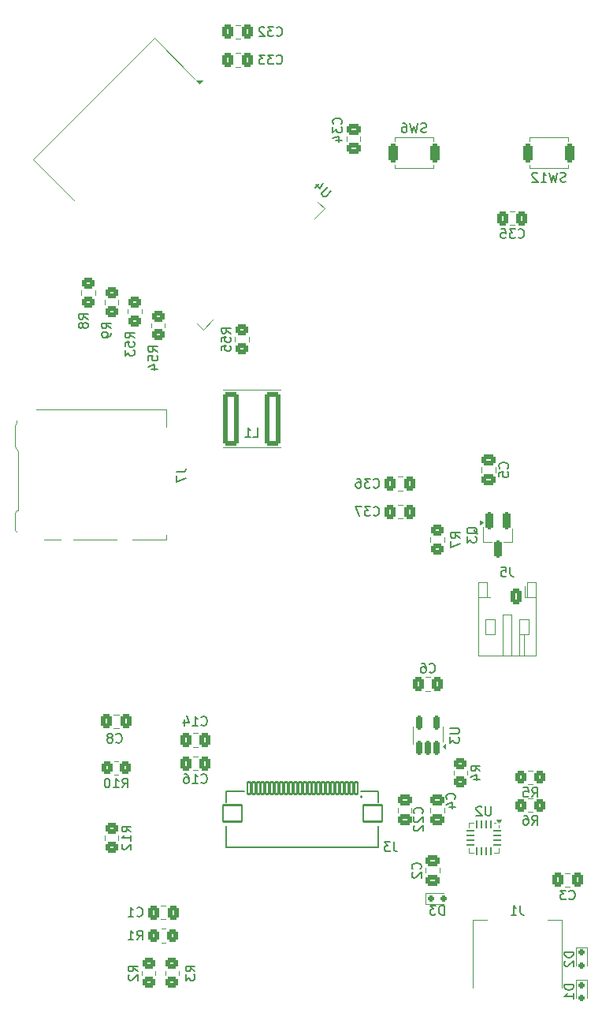
<source format=gbr>
%TF.GenerationSoftware,KiCad,Pcbnew,9.0.6*%
%TF.CreationDate,2025-11-24T16:31:49-05:00*%
%TF.ProjectId,EPD_HUB_ESP32,4550445f-4855-4425-9f45-535033322e6b,rev?*%
%TF.SameCoordinates,Original*%
%TF.FileFunction,Legend,Bot*%
%TF.FilePolarity,Positive*%
%FSLAX46Y46*%
G04 Gerber Fmt 4.6, Leading zero omitted, Abs format (unit mm)*
G04 Created by KiCad (PCBNEW 9.0.6) date 2025-11-24 16:31:49*
%MOMM*%
%LPD*%
G01*
G04 APERTURE LIST*
G04 Aperture macros list*
%AMRoundRect*
0 Rectangle with rounded corners*
0 $1 Rounding radius*
0 $2 $3 $4 $5 $6 $7 $8 $9 X,Y pos of 4 corners*
0 Add a 4 corners polygon primitive as box body*
4,1,4,$2,$3,$4,$5,$6,$7,$8,$9,$2,$3,0*
0 Add four circle primitives for the rounded corners*
1,1,$1+$1,$2,$3*
1,1,$1+$1,$4,$5*
1,1,$1+$1,$6,$7*
1,1,$1+$1,$8,$9*
0 Add four rect primitives between the rounded corners*
20,1,$1+$1,$2,$3,$4,$5,0*
20,1,$1+$1,$4,$5,$6,$7,0*
20,1,$1+$1,$6,$7,$8,$9,0*
20,1,$1+$1,$8,$9,$2,$3,0*%
%AMRotRect*
0 Rectangle, with rotation*
0 The origin of the aperture is its center*
0 $1 length*
0 $2 width*
0 $3 Rotation angle, in degrees counterclockwise*
0 Add horizontal line*
21,1,$1,$2,0,0,$3*%
G04 Aperture macros list end*
%ADD10C,0.150000*%
%ADD11C,0.120000*%
%ADD12C,0.200000*%
%ADD13C,6.000000*%
%ADD14R,1.200000X0.700000*%
%ADD15R,0.800000X1.000000*%
%ADD16R,1.200000X1.000000*%
%ADD17R,2.800000X1.000000*%
%ADD18R,1.900000X1.300000*%
%ADD19RoundRect,0.250000X-0.337500X-0.475000X0.337500X-0.475000X0.337500X0.475000X-0.337500X0.475000X0*%
%ADD20RoundRect,0.250000X-0.475000X0.337500X-0.475000X-0.337500X0.475000X-0.337500X0.475000X0.337500X0*%
%ADD21RoundRect,0.250000X-0.350000X-0.450000X0.350000X-0.450000X0.350000X0.450000X-0.350000X0.450000X0*%
%ADD22RoundRect,0.250000X0.450000X-0.350000X0.450000X0.350000X-0.450000X0.350000X-0.450000X-0.350000X0*%
%ADD23RoundRect,0.250000X0.337500X0.475000X-0.337500X0.475000X-0.337500X-0.475000X0.337500X-0.475000X0*%
%ADD24RoundRect,0.250000X-0.450000X0.350000X-0.450000X-0.350000X0.450000X-0.350000X0.450000X0.350000X0*%
%ADD25RoundRect,0.150000X0.200000X-0.150000X0.200000X0.150000X-0.200000X0.150000X-0.200000X-0.150000X0*%
%ADD26RoundRect,0.250000X0.475000X-0.337500X0.475000X0.337500X-0.475000X0.337500X-0.475000X-0.337500X0*%
%ADD27RoundRect,0.250000X0.275000X0.750000X-0.275000X0.750000X-0.275000X-0.750000X0.275000X-0.750000X0*%
%ADD28RotRect,1.500000X0.900000X225.000000*%
%ADD29RotRect,1.500000X0.900000X45.000000*%
%ADD30RotRect,1.500000X0.900000X315.000000*%
%ADD31C,0.600000*%
%ADD32RotRect,3.900000X3.900000X315.000000*%
%ADD33RoundRect,0.250000X0.350000X0.625000X-0.350000X0.625000X-0.350000X-0.625000X0.350000X-0.625000X0*%
%ADD34O,1.200000X1.750000*%
%ADD35RoundRect,0.250000X-0.600000X-2.600000X0.600000X-2.600000X0.600000X2.600000X-0.600000X2.600000X0*%
%ADD36RoundRect,0.062500X0.375000X0.062500X-0.375000X0.062500X-0.375000X-0.062500X0.375000X-0.062500X0*%
%ADD37RoundRect,0.062500X0.062500X0.375000X-0.062500X0.375000X-0.062500X-0.375000X0.062500X-0.375000X0*%
%ADD38R,1.600000X1.600000*%
%ADD39RoundRect,0.162500X0.162500X-0.617500X0.162500X0.617500X-0.162500X0.617500X-0.162500X-0.617500X0*%
%ADD40C,0.650000*%
%ADD41O,0.950000X0.650000*%
%ADD42R,0.300000X0.700000*%
%ADD43O,0.800000X1.400000*%
%ADD44RoundRect,0.200000X-0.200000X0.750000X-0.200000X-0.750000X0.200000X-0.750000X0.200000X0.750000X0*%
%ADD45RoundRect,0.102000X0.150000X0.650000X-0.150000X0.650000X-0.150000X-0.650000X0.150000X-0.650000X0*%
%ADD46RoundRect,0.102000X1.000000X0.900000X-1.000000X0.900000X-1.000000X-0.900000X1.000000X-0.900000X0*%
%ADD47RoundRect,0.250000X-0.275000X-0.750000X0.275000X-0.750000X0.275000X0.750000X-0.275000X0.750000X0*%
%ADD48RoundRect,0.150000X0.150000X0.200000X-0.150000X0.200000X-0.150000X-0.200000X0.150000X-0.200000X0*%
G04 APERTURE END LIST*
D10*
X125418659Y-92241666D02*
X126132944Y-92241666D01*
X126132944Y-92241666D02*
X126275801Y-92194047D01*
X126275801Y-92194047D02*
X126371040Y-92098809D01*
X126371040Y-92098809D02*
X126418659Y-91955952D01*
X126418659Y-91955952D02*
X126418659Y-91860714D01*
X125418659Y-92622619D02*
X125418659Y-93289285D01*
X125418659Y-93289285D02*
X126418659Y-92860714D01*
X118935506Y-121214580D02*
X118983125Y-121262200D01*
X118983125Y-121262200D02*
X119125982Y-121309819D01*
X119125982Y-121309819D02*
X119221220Y-121309819D01*
X119221220Y-121309819D02*
X119364077Y-121262200D01*
X119364077Y-121262200D02*
X119459315Y-121166961D01*
X119459315Y-121166961D02*
X119506934Y-121071723D01*
X119506934Y-121071723D02*
X119554553Y-120881247D01*
X119554553Y-120881247D02*
X119554553Y-120738390D01*
X119554553Y-120738390D02*
X119506934Y-120547914D01*
X119506934Y-120547914D02*
X119459315Y-120452676D01*
X119459315Y-120452676D02*
X119364077Y-120357438D01*
X119364077Y-120357438D02*
X119221220Y-120309819D01*
X119221220Y-120309819D02*
X119125982Y-120309819D01*
X119125982Y-120309819D02*
X118983125Y-120357438D01*
X118983125Y-120357438D02*
X118935506Y-120405057D01*
X118364077Y-120738390D02*
X118459315Y-120690771D01*
X118459315Y-120690771D02*
X118506934Y-120643152D01*
X118506934Y-120643152D02*
X118554553Y-120547914D01*
X118554553Y-120547914D02*
X118554553Y-120500295D01*
X118554553Y-120500295D02*
X118506934Y-120405057D01*
X118506934Y-120405057D02*
X118459315Y-120357438D01*
X118459315Y-120357438D02*
X118364077Y-120309819D01*
X118364077Y-120309819D02*
X118173601Y-120309819D01*
X118173601Y-120309819D02*
X118078363Y-120357438D01*
X118078363Y-120357438D02*
X118030744Y-120405057D01*
X118030744Y-120405057D02*
X117983125Y-120500295D01*
X117983125Y-120500295D02*
X117983125Y-120547914D01*
X117983125Y-120547914D02*
X118030744Y-120643152D01*
X118030744Y-120643152D02*
X118078363Y-120690771D01*
X118078363Y-120690771D02*
X118173601Y-120738390D01*
X118173601Y-120738390D02*
X118364077Y-120738390D01*
X118364077Y-120738390D02*
X118459315Y-120786009D01*
X118459315Y-120786009D02*
X118506934Y-120833628D01*
X118506934Y-120833628D02*
X118554553Y-120928866D01*
X118554553Y-120928866D02*
X118554553Y-121119342D01*
X118554553Y-121119342D02*
X118506934Y-121214580D01*
X118506934Y-121214580D02*
X118459315Y-121262200D01*
X118459315Y-121262200D02*
X118364077Y-121309819D01*
X118364077Y-121309819D02*
X118173601Y-121309819D01*
X118173601Y-121309819D02*
X118078363Y-121262200D01*
X118078363Y-121262200D02*
X118030744Y-121214580D01*
X118030744Y-121214580D02*
X117983125Y-121119342D01*
X117983125Y-121119342D02*
X117983125Y-120928866D01*
X117983125Y-120928866D02*
X118030744Y-120833628D01*
X118030744Y-120833628D02*
X118078363Y-120786009D01*
X118078363Y-120786009D02*
X118173601Y-120738390D01*
X143118420Y-54857142D02*
X143166040Y-54809523D01*
X143166040Y-54809523D02*
X143213659Y-54666666D01*
X143213659Y-54666666D02*
X143213659Y-54571428D01*
X143213659Y-54571428D02*
X143166040Y-54428571D01*
X143166040Y-54428571D02*
X143070801Y-54333333D01*
X143070801Y-54333333D02*
X142975563Y-54285714D01*
X142975563Y-54285714D02*
X142785087Y-54238095D01*
X142785087Y-54238095D02*
X142642230Y-54238095D01*
X142642230Y-54238095D02*
X142451754Y-54285714D01*
X142451754Y-54285714D02*
X142356516Y-54333333D01*
X142356516Y-54333333D02*
X142261278Y-54428571D01*
X142261278Y-54428571D02*
X142213659Y-54571428D01*
X142213659Y-54571428D02*
X142213659Y-54666666D01*
X142213659Y-54666666D02*
X142261278Y-54809523D01*
X142261278Y-54809523D02*
X142308897Y-54857142D01*
X142213659Y-55190476D02*
X142213659Y-55809523D01*
X142213659Y-55809523D02*
X142594611Y-55476190D01*
X142594611Y-55476190D02*
X142594611Y-55619047D01*
X142594611Y-55619047D02*
X142642230Y-55714285D01*
X142642230Y-55714285D02*
X142689849Y-55761904D01*
X142689849Y-55761904D02*
X142785087Y-55809523D01*
X142785087Y-55809523D02*
X143023182Y-55809523D01*
X143023182Y-55809523D02*
X143118420Y-55761904D01*
X143118420Y-55761904D02*
X143166040Y-55714285D01*
X143166040Y-55714285D02*
X143213659Y-55619047D01*
X143213659Y-55619047D02*
X143213659Y-55333333D01*
X143213659Y-55333333D02*
X143166040Y-55238095D01*
X143166040Y-55238095D02*
X143118420Y-55190476D01*
X142546992Y-56666666D02*
X143213659Y-56666666D01*
X142166040Y-56428571D02*
X142880325Y-56190476D01*
X142880325Y-56190476D02*
X142880325Y-56809523D01*
X119581697Y-126104819D02*
X119915030Y-125628628D01*
X120153125Y-126104819D02*
X120153125Y-125104819D01*
X120153125Y-125104819D02*
X119772173Y-125104819D01*
X119772173Y-125104819D02*
X119676935Y-125152438D01*
X119676935Y-125152438D02*
X119629316Y-125200057D01*
X119629316Y-125200057D02*
X119581697Y-125295295D01*
X119581697Y-125295295D02*
X119581697Y-125438152D01*
X119581697Y-125438152D02*
X119629316Y-125533390D01*
X119629316Y-125533390D02*
X119676935Y-125581009D01*
X119676935Y-125581009D02*
X119772173Y-125628628D01*
X119772173Y-125628628D02*
X120153125Y-125628628D01*
X118629316Y-126104819D02*
X119200744Y-126104819D01*
X118915030Y-126104819D02*
X118915030Y-125104819D01*
X118915030Y-125104819D02*
X119010268Y-125247676D01*
X119010268Y-125247676D02*
X119105506Y-125342914D01*
X119105506Y-125342914D02*
X119200744Y-125390533D01*
X118010268Y-125104819D02*
X117915030Y-125104819D01*
X117915030Y-125104819D02*
X117819792Y-125152438D01*
X117819792Y-125152438D02*
X117772173Y-125200057D01*
X117772173Y-125200057D02*
X117724554Y-125295295D01*
X117724554Y-125295295D02*
X117676935Y-125485771D01*
X117676935Y-125485771D02*
X117676935Y-125723866D01*
X117676935Y-125723866D02*
X117724554Y-125914342D01*
X117724554Y-125914342D02*
X117772173Y-126009580D01*
X117772173Y-126009580D02*
X117819792Y-126057200D01*
X117819792Y-126057200D02*
X117915030Y-126104819D01*
X117915030Y-126104819D02*
X118010268Y-126104819D01*
X118010268Y-126104819D02*
X118105506Y-126057200D01*
X118105506Y-126057200D02*
X118153125Y-126009580D01*
X118153125Y-126009580D02*
X118200744Y-125914342D01*
X118200744Y-125914342D02*
X118248363Y-125723866D01*
X118248363Y-125723866D02*
X118248363Y-125485771D01*
X118248363Y-125485771D02*
X118200744Y-125295295D01*
X118200744Y-125295295D02*
X118153125Y-125200057D01*
X118153125Y-125200057D02*
X118105506Y-125152438D01*
X118105506Y-125152438D02*
X118010268Y-125104819D01*
X120543659Y-130857142D02*
X120067468Y-130523809D01*
X120543659Y-130285714D02*
X119543659Y-130285714D01*
X119543659Y-130285714D02*
X119543659Y-130666666D01*
X119543659Y-130666666D02*
X119591278Y-130761904D01*
X119591278Y-130761904D02*
X119638897Y-130809523D01*
X119638897Y-130809523D02*
X119734135Y-130857142D01*
X119734135Y-130857142D02*
X119876992Y-130857142D01*
X119876992Y-130857142D02*
X119972230Y-130809523D01*
X119972230Y-130809523D02*
X120019849Y-130761904D01*
X120019849Y-130761904D02*
X120067468Y-130666666D01*
X120067468Y-130666666D02*
X120067468Y-130285714D01*
X120543659Y-131809523D02*
X120543659Y-131238095D01*
X120543659Y-131523809D02*
X119543659Y-131523809D01*
X119543659Y-131523809D02*
X119686516Y-131428571D01*
X119686516Y-131428571D02*
X119781754Y-131333333D01*
X119781754Y-131333333D02*
X119829373Y-131238095D01*
X119638897Y-132190476D02*
X119591278Y-132238095D01*
X119591278Y-132238095D02*
X119543659Y-132333333D01*
X119543659Y-132333333D02*
X119543659Y-132571428D01*
X119543659Y-132571428D02*
X119591278Y-132666666D01*
X119591278Y-132666666D02*
X119638897Y-132714285D01*
X119638897Y-132714285D02*
X119734135Y-132761904D01*
X119734135Y-132761904D02*
X119829373Y-132761904D01*
X119829373Y-132761904D02*
X119972230Y-132714285D01*
X119972230Y-132714285D02*
X120543659Y-132142857D01*
X120543659Y-132142857D02*
X120543659Y-132761904D01*
X162142857Y-67039580D02*
X162190476Y-67087200D01*
X162190476Y-67087200D02*
X162333333Y-67134819D01*
X162333333Y-67134819D02*
X162428571Y-67134819D01*
X162428571Y-67134819D02*
X162571428Y-67087200D01*
X162571428Y-67087200D02*
X162666666Y-66991961D01*
X162666666Y-66991961D02*
X162714285Y-66896723D01*
X162714285Y-66896723D02*
X162761904Y-66706247D01*
X162761904Y-66706247D02*
X162761904Y-66563390D01*
X162761904Y-66563390D02*
X162714285Y-66372914D01*
X162714285Y-66372914D02*
X162666666Y-66277676D01*
X162666666Y-66277676D02*
X162571428Y-66182438D01*
X162571428Y-66182438D02*
X162428571Y-66134819D01*
X162428571Y-66134819D02*
X162333333Y-66134819D01*
X162333333Y-66134819D02*
X162190476Y-66182438D01*
X162190476Y-66182438D02*
X162142857Y-66230057D01*
X161809523Y-66134819D02*
X161190476Y-66134819D01*
X161190476Y-66134819D02*
X161523809Y-66515771D01*
X161523809Y-66515771D02*
X161380952Y-66515771D01*
X161380952Y-66515771D02*
X161285714Y-66563390D01*
X161285714Y-66563390D02*
X161238095Y-66611009D01*
X161238095Y-66611009D02*
X161190476Y-66706247D01*
X161190476Y-66706247D02*
X161190476Y-66944342D01*
X161190476Y-66944342D02*
X161238095Y-67039580D01*
X161238095Y-67039580D02*
X161285714Y-67087200D01*
X161285714Y-67087200D02*
X161380952Y-67134819D01*
X161380952Y-67134819D02*
X161666666Y-67134819D01*
X161666666Y-67134819D02*
X161761904Y-67087200D01*
X161761904Y-67087200D02*
X161809523Y-67039580D01*
X160285714Y-66134819D02*
X160761904Y-66134819D01*
X160761904Y-66134819D02*
X160809523Y-66611009D01*
X160809523Y-66611009D02*
X160761904Y-66563390D01*
X160761904Y-66563390D02*
X160666666Y-66515771D01*
X160666666Y-66515771D02*
X160428571Y-66515771D01*
X160428571Y-66515771D02*
X160333333Y-66563390D01*
X160333333Y-66563390D02*
X160285714Y-66611009D01*
X160285714Y-66611009D02*
X160238095Y-66706247D01*
X160238095Y-66706247D02*
X160238095Y-66944342D01*
X160238095Y-66944342D02*
X160285714Y-67039580D01*
X160285714Y-67039580D02*
X160333333Y-67087200D01*
X160333333Y-67087200D02*
X160428571Y-67134819D01*
X160428571Y-67134819D02*
X160666666Y-67134819D01*
X160666666Y-67134819D02*
X160761904Y-67087200D01*
X160761904Y-67087200D02*
X160809523Y-67039580D01*
X146581697Y-96859580D02*
X146629316Y-96907200D01*
X146629316Y-96907200D02*
X146772173Y-96954819D01*
X146772173Y-96954819D02*
X146867411Y-96954819D01*
X146867411Y-96954819D02*
X147010268Y-96907200D01*
X147010268Y-96907200D02*
X147105506Y-96811961D01*
X147105506Y-96811961D02*
X147153125Y-96716723D01*
X147153125Y-96716723D02*
X147200744Y-96526247D01*
X147200744Y-96526247D02*
X147200744Y-96383390D01*
X147200744Y-96383390D02*
X147153125Y-96192914D01*
X147153125Y-96192914D02*
X147105506Y-96097676D01*
X147105506Y-96097676D02*
X147010268Y-96002438D01*
X147010268Y-96002438D02*
X146867411Y-95954819D01*
X146867411Y-95954819D02*
X146772173Y-95954819D01*
X146772173Y-95954819D02*
X146629316Y-96002438D01*
X146629316Y-96002438D02*
X146581697Y-96050057D01*
X146248363Y-95954819D02*
X145629316Y-95954819D01*
X145629316Y-95954819D02*
X145962649Y-96335771D01*
X145962649Y-96335771D02*
X145819792Y-96335771D01*
X145819792Y-96335771D02*
X145724554Y-96383390D01*
X145724554Y-96383390D02*
X145676935Y-96431009D01*
X145676935Y-96431009D02*
X145629316Y-96526247D01*
X145629316Y-96526247D02*
X145629316Y-96764342D01*
X145629316Y-96764342D02*
X145676935Y-96859580D01*
X145676935Y-96859580D02*
X145724554Y-96907200D01*
X145724554Y-96907200D02*
X145819792Y-96954819D01*
X145819792Y-96954819D02*
X146105506Y-96954819D01*
X146105506Y-96954819D02*
X146200744Y-96907200D01*
X146200744Y-96907200D02*
X146248363Y-96859580D01*
X145295982Y-95954819D02*
X144629316Y-95954819D01*
X144629316Y-95954819D02*
X145057887Y-96954819D01*
X151618420Y-134833333D02*
X151666040Y-134785714D01*
X151666040Y-134785714D02*
X151713659Y-134642857D01*
X151713659Y-134642857D02*
X151713659Y-134547619D01*
X151713659Y-134547619D02*
X151666040Y-134404762D01*
X151666040Y-134404762D02*
X151570801Y-134309524D01*
X151570801Y-134309524D02*
X151475563Y-134261905D01*
X151475563Y-134261905D02*
X151285087Y-134214286D01*
X151285087Y-134214286D02*
X151142230Y-134214286D01*
X151142230Y-134214286D02*
X150951754Y-134261905D01*
X150951754Y-134261905D02*
X150856516Y-134309524D01*
X150856516Y-134309524D02*
X150761278Y-134404762D01*
X150761278Y-134404762D02*
X150713659Y-134547619D01*
X150713659Y-134547619D02*
X150713659Y-134642857D01*
X150713659Y-134642857D02*
X150761278Y-134785714D01*
X150761278Y-134785714D02*
X150808897Y-134833333D01*
X150808897Y-135214286D02*
X150761278Y-135261905D01*
X150761278Y-135261905D02*
X150713659Y-135357143D01*
X150713659Y-135357143D02*
X150713659Y-135595238D01*
X150713659Y-135595238D02*
X150761278Y-135690476D01*
X150761278Y-135690476D02*
X150808897Y-135738095D01*
X150808897Y-135738095D02*
X150904135Y-135785714D01*
X150904135Y-135785714D02*
X150999373Y-135785714D01*
X150999373Y-135785714D02*
X151142230Y-135738095D01*
X151142230Y-135738095D02*
X151713659Y-135166667D01*
X151713659Y-135166667D02*
X151713659Y-135785714D01*
X136180357Y-48369580D02*
X136227976Y-48417200D01*
X136227976Y-48417200D02*
X136370833Y-48464819D01*
X136370833Y-48464819D02*
X136466071Y-48464819D01*
X136466071Y-48464819D02*
X136608928Y-48417200D01*
X136608928Y-48417200D02*
X136704166Y-48321961D01*
X136704166Y-48321961D02*
X136751785Y-48226723D01*
X136751785Y-48226723D02*
X136799404Y-48036247D01*
X136799404Y-48036247D02*
X136799404Y-47893390D01*
X136799404Y-47893390D02*
X136751785Y-47702914D01*
X136751785Y-47702914D02*
X136704166Y-47607676D01*
X136704166Y-47607676D02*
X136608928Y-47512438D01*
X136608928Y-47512438D02*
X136466071Y-47464819D01*
X136466071Y-47464819D02*
X136370833Y-47464819D01*
X136370833Y-47464819D02*
X136227976Y-47512438D01*
X136227976Y-47512438D02*
X136180357Y-47560057D01*
X135847023Y-47464819D02*
X135227976Y-47464819D01*
X135227976Y-47464819D02*
X135561309Y-47845771D01*
X135561309Y-47845771D02*
X135418452Y-47845771D01*
X135418452Y-47845771D02*
X135323214Y-47893390D01*
X135323214Y-47893390D02*
X135275595Y-47941009D01*
X135275595Y-47941009D02*
X135227976Y-48036247D01*
X135227976Y-48036247D02*
X135227976Y-48274342D01*
X135227976Y-48274342D02*
X135275595Y-48369580D01*
X135275595Y-48369580D02*
X135323214Y-48417200D01*
X135323214Y-48417200D02*
X135418452Y-48464819D01*
X135418452Y-48464819D02*
X135704166Y-48464819D01*
X135704166Y-48464819D02*
X135799404Y-48417200D01*
X135799404Y-48417200D02*
X135847023Y-48369580D01*
X134894642Y-47464819D02*
X134275595Y-47464819D01*
X134275595Y-47464819D02*
X134608928Y-47845771D01*
X134608928Y-47845771D02*
X134466071Y-47845771D01*
X134466071Y-47845771D02*
X134370833Y-47893390D01*
X134370833Y-47893390D02*
X134323214Y-47941009D01*
X134323214Y-47941009D02*
X134275595Y-48036247D01*
X134275595Y-48036247D02*
X134275595Y-48274342D01*
X134275595Y-48274342D02*
X134323214Y-48369580D01*
X134323214Y-48369580D02*
X134370833Y-48417200D01*
X134370833Y-48417200D02*
X134466071Y-48464819D01*
X134466071Y-48464819D02*
X134751785Y-48464819D01*
X134751785Y-48464819D02*
X134847023Y-48417200D01*
X134847023Y-48417200D02*
X134894642Y-48369580D01*
X158043659Y-124333333D02*
X157567468Y-124000000D01*
X158043659Y-123761905D02*
X157043659Y-123761905D01*
X157043659Y-123761905D02*
X157043659Y-124142857D01*
X157043659Y-124142857D02*
X157091278Y-124238095D01*
X157091278Y-124238095D02*
X157138897Y-124285714D01*
X157138897Y-124285714D02*
X157234135Y-124333333D01*
X157234135Y-124333333D02*
X157376992Y-124333333D01*
X157376992Y-124333333D02*
X157472230Y-124285714D01*
X157472230Y-124285714D02*
X157519849Y-124238095D01*
X157519849Y-124238095D02*
X157567468Y-124142857D01*
X157567468Y-124142857D02*
X157567468Y-123761905D01*
X157376992Y-125190476D02*
X158043659Y-125190476D01*
X156996040Y-124952381D02*
X157710325Y-124714286D01*
X157710325Y-124714286D02*
X157710325Y-125333333D01*
X127393659Y-145833333D02*
X126917468Y-145500000D01*
X127393659Y-145261905D02*
X126393659Y-145261905D01*
X126393659Y-145261905D02*
X126393659Y-145642857D01*
X126393659Y-145642857D02*
X126441278Y-145738095D01*
X126441278Y-145738095D02*
X126488897Y-145785714D01*
X126488897Y-145785714D02*
X126584135Y-145833333D01*
X126584135Y-145833333D02*
X126726992Y-145833333D01*
X126726992Y-145833333D02*
X126822230Y-145785714D01*
X126822230Y-145785714D02*
X126869849Y-145738095D01*
X126869849Y-145738095D02*
X126917468Y-145642857D01*
X126917468Y-145642857D02*
X126917468Y-145261905D01*
X126393659Y-146166667D02*
X126393659Y-146785714D01*
X126393659Y-146785714D02*
X126774611Y-146452381D01*
X126774611Y-146452381D02*
X126774611Y-146595238D01*
X126774611Y-146595238D02*
X126822230Y-146690476D01*
X126822230Y-146690476D02*
X126869849Y-146738095D01*
X126869849Y-146738095D02*
X126965087Y-146785714D01*
X126965087Y-146785714D02*
X127203182Y-146785714D01*
X127203182Y-146785714D02*
X127298420Y-146738095D01*
X127298420Y-146738095D02*
X127346040Y-146690476D01*
X127346040Y-146690476D02*
X127393659Y-146595238D01*
X127393659Y-146595238D02*
X127393659Y-146309524D01*
X127393659Y-146309524D02*
X127346040Y-146214286D01*
X127346040Y-146214286D02*
X127298420Y-146166667D01*
X168093659Y-147261905D02*
X167093659Y-147261905D01*
X167093659Y-147261905D02*
X167093659Y-147500000D01*
X167093659Y-147500000D02*
X167141278Y-147642857D01*
X167141278Y-147642857D02*
X167236516Y-147738095D01*
X167236516Y-147738095D02*
X167331754Y-147785714D01*
X167331754Y-147785714D02*
X167522230Y-147833333D01*
X167522230Y-147833333D02*
X167665087Y-147833333D01*
X167665087Y-147833333D02*
X167855563Y-147785714D01*
X167855563Y-147785714D02*
X167950801Y-147738095D01*
X167950801Y-147738095D02*
X168046040Y-147642857D01*
X168046040Y-147642857D02*
X168093659Y-147500000D01*
X168093659Y-147500000D02*
X168093659Y-147261905D01*
X168093659Y-148785714D02*
X168093659Y-148214286D01*
X168093659Y-148500000D02*
X167093659Y-148500000D01*
X167093659Y-148500000D02*
X167236516Y-148404762D01*
X167236516Y-148404762D02*
X167331754Y-148309524D01*
X167331754Y-148309524D02*
X167379373Y-148214286D01*
X151798420Y-128857142D02*
X151846040Y-128809523D01*
X151846040Y-128809523D02*
X151893659Y-128666666D01*
X151893659Y-128666666D02*
X151893659Y-128571428D01*
X151893659Y-128571428D02*
X151846040Y-128428571D01*
X151846040Y-128428571D02*
X151750801Y-128333333D01*
X151750801Y-128333333D02*
X151655563Y-128285714D01*
X151655563Y-128285714D02*
X151465087Y-128238095D01*
X151465087Y-128238095D02*
X151322230Y-128238095D01*
X151322230Y-128238095D02*
X151131754Y-128285714D01*
X151131754Y-128285714D02*
X151036516Y-128333333D01*
X151036516Y-128333333D02*
X150941278Y-128428571D01*
X150941278Y-128428571D02*
X150893659Y-128571428D01*
X150893659Y-128571428D02*
X150893659Y-128666666D01*
X150893659Y-128666666D02*
X150941278Y-128809523D01*
X150941278Y-128809523D02*
X150988897Y-128857142D01*
X150988897Y-129238095D02*
X150941278Y-129285714D01*
X150941278Y-129285714D02*
X150893659Y-129380952D01*
X150893659Y-129380952D02*
X150893659Y-129619047D01*
X150893659Y-129619047D02*
X150941278Y-129714285D01*
X150941278Y-129714285D02*
X150988897Y-129761904D01*
X150988897Y-129761904D02*
X151084135Y-129809523D01*
X151084135Y-129809523D02*
X151179373Y-129809523D01*
X151179373Y-129809523D02*
X151322230Y-129761904D01*
X151322230Y-129761904D02*
X151893659Y-129190476D01*
X151893659Y-129190476D02*
X151893659Y-129809523D01*
X150988897Y-130190476D02*
X150941278Y-130238095D01*
X150941278Y-130238095D02*
X150893659Y-130333333D01*
X150893659Y-130333333D02*
X150893659Y-130571428D01*
X150893659Y-130571428D02*
X150941278Y-130666666D01*
X150941278Y-130666666D02*
X150988897Y-130714285D01*
X150988897Y-130714285D02*
X151084135Y-130761904D01*
X151084135Y-130761904D02*
X151179373Y-130761904D01*
X151179373Y-130761904D02*
X151322230Y-130714285D01*
X151322230Y-130714285D02*
X151893659Y-130142857D01*
X151893659Y-130142857D02*
X151893659Y-130761904D01*
X152272172Y-55757200D02*
X152129315Y-55804819D01*
X152129315Y-55804819D02*
X151891220Y-55804819D01*
X151891220Y-55804819D02*
X151795982Y-55757200D01*
X151795982Y-55757200D02*
X151748363Y-55709580D01*
X151748363Y-55709580D02*
X151700744Y-55614342D01*
X151700744Y-55614342D02*
X151700744Y-55519104D01*
X151700744Y-55519104D02*
X151748363Y-55423866D01*
X151748363Y-55423866D02*
X151795982Y-55376247D01*
X151795982Y-55376247D02*
X151891220Y-55328628D01*
X151891220Y-55328628D02*
X152081696Y-55281009D01*
X152081696Y-55281009D02*
X152176934Y-55233390D01*
X152176934Y-55233390D02*
X152224553Y-55185771D01*
X152224553Y-55185771D02*
X152272172Y-55090533D01*
X152272172Y-55090533D02*
X152272172Y-54995295D01*
X152272172Y-54995295D02*
X152224553Y-54900057D01*
X152224553Y-54900057D02*
X152176934Y-54852438D01*
X152176934Y-54852438D02*
X152081696Y-54804819D01*
X152081696Y-54804819D02*
X151843601Y-54804819D01*
X151843601Y-54804819D02*
X151700744Y-54852438D01*
X151367410Y-54804819D02*
X151129315Y-55804819D01*
X151129315Y-55804819D02*
X150938839Y-55090533D01*
X150938839Y-55090533D02*
X150748363Y-55804819D01*
X150748363Y-55804819D02*
X150510268Y-54804819D01*
X149700744Y-54804819D02*
X149891220Y-54804819D01*
X149891220Y-54804819D02*
X149986458Y-54852438D01*
X149986458Y-54852438D02*
X150034077Y-54900057D01*
X150034077Y-54900057D02*
X150129315Y-55042914D01*
X150129315Y-55042914D02*
X150176934Y-55233390D01*
X150176934Y-55233390D02*
X150176934Y-55614342D01*
X150176934Y-55614342D02*
X150129315Y-55709580D01*
X150129315Y-55709580D02*
X150081696Y-55757200D01*
X150081696Y-55757200D02*
X149986458Y-55804819D01*
X149986458Y-55804819D02*
X149795982Y-55804819D01*
X149795982Y-55804819D02*
X149700744Y-55757200D01*
X149700744Y-55757200D02*
X149653125Y-55709580D01*
X149653125Y-55709580D02*
X149605506Y-55614342D01*
X149605506Y-55614342D02*
X149605506Y-55376247D01*
X149605506Y-55376247D02*
X149653125Y-55281009D01*
X149653125Y-55281009D02*
X149700744Y-55233390D01*
X149700744Y-55233390D02*
X149795982Y-55185771D01*
X149795982Y-55185771D02*
X149986458Y-55185771D01*
X149986458Y-55185771D02*
X150081696Y-55233390D01*
X150081696Y-55233390D02*
X150129315Y-55281009D01*
X150129315Y-55281009D02*
X150176934Y-55376247D01*
X123393659Y-79357142D02*
X122917468Y-79023809D01*
X123393659Y-78785714D02*
X122393659Y-78785714D01*
X122393659Y-78785714D02*
X122393659Y-79166666D01*
X122393659Y-79166666D02*
X122441278Y-79261904D01*
X122441278Y-79261904D02*
X122488897Y-79309523D01*
X122488897Y-79309523D02*
X122584135Y-79357142D01*
X122584135Y-79357142D02*
X122726992Y-79357142D01*
X122726992Y-79357142D02*
X122822230Y-79309523D01*
X122822230Y-79309523D02*
X122869849Y-79261904D01*
X122869849Y-79261904D02*
X122917468Y-79166666D01*
X122917468Y-79166666D02*
X122917468Y-78785714D01*
X122393659Y-80261904D02*
X122393659Y-79785714D01*
X122393659Y-79785714D02*
X122869849Y-79738095D01*
X122869849Y-79738095D02*
X122822230Y-79785714D01*
X122822230Y-79785714D02*
X122774611Y-79880952D01*
X122774611Y-79880952D02*
X122774611Y-80119047D01*
X122774611Y-80119047D02*
X122822230Y-80214285D01*
X122822230Y-80214285D02*
X122869849Y-80261904D01*
X122869849Y-80261904D02*
X122965087Y-80309523D01*
X122965087Y-80309523D02*
X123203182Y-80309523D01*
X123203182Y-80309523D02*
X123298420Y-80261904D01*
X123298420Y-80261904D02*
X123346040Y-80214285D01*
X123346040Y-80214285D02*
X123393659Y-80119047D01*
X123393659Y-80119047D02*
X123393659Y-79880952D01*
X123393659Y-79880952D02*
X123346040Y-79785714D01*
X123346040Y-79785714D02*
X123298420Y-79738095D01*
X122726992Y-81166666D02*
X123393659Y-81166666D01*
X122346040Y-80928571D02*
X123060325Y-80690476D01*
X123060325Y-80690476D02*
X123060325Y-81309523D01*
X163605506Y-127104819D02*
X163938839Y-126628628D01*
X164176934Y-127104819D02*
X164176934Y-126104819D01*
X164176934Y-126104819D02*
X163795982Y-126104819D01*
X163795982Y-126104819D02*
X163700744Y-126152438D01*
X163700744Y-126152438D02*
X163653125Y-126200057D01*
X163653125Y-126200057D02*
X163605506Y-126295295D01*
X163605506Y-126295295D02*
X163605506Y-126438152D01*
X163605506Y-126438152D02*
X163653125Y-126533390D01*
X163653125Y-126533390D02*
X163700744Y-126581009D01*
X163700744Y-126581009D02*
X163795982Y-126628628D01*
X163795982Y-126628628D02*
X164176934Y-126628628D01*
X162700744Y-126104819D02*
X163176934Y-126104819D01*
X163176934Y-126104819D02*
X163224553Y-126581009D01*
X163224553Y-126581009D02*
X163176934Y-126533390D01*
X163176934Y-126533390D02*
X163081696Y-126485771D01*
X163081696Y-126485771D02*
X162843601Y-126485771D01*
X162843601Y-126485771D02*
X162748363Y-126533390D01*
X162748363Y-126533390D02*
X162700744Y-126581009D01*
X162700744Y-126581009D02*
X162653125Y-126676247D01*
X162653125Y-126676247D02*
X162653125Y-126914342D01*
X162653125Y-126914342D02*
X162700744Y-127009580D01*
X162700744Y-127009580D02*
X162748363Y-127057200D01*
X162748363Y-127057200D02*
X162843601Y-127104819D01*
X162843601Y-127104819D02*
X163081696Y-127104819D01*
X163081696Y-127104819D02*
X163176934Y-127057200D01*
X163176934Y-127057200D02*
X163224553Y-127009580D01*
X121166666Y-139859580D02*
X121214285Y-139907200D01*
X121214285Y-139907200D02*
X121357142Y-139954819D01*
X121357142Y-139954819D02*
X121452380Y-139954819D01*
X121452380Y-139954819D02*
X121595237Y-139907200D01*
X121595237Y-139907200D02*
X121690475Y-139811961D01*
X121690475Y-139811961D02*
X121738094Y-139716723D01*
X121738094Y-139716723D02*
X121785713Y-139526247D01*
X121785713Y-139526247D02*
X121785713Y-139383390D01*
X121785713Y-139383390D02*
X121738094Y-139192914D01*
X121738094Y-139192914D02*
X121690475Y-139097676D01*
X121690475Y-139097676D02*
X121595237Y-139002438D01*
X121595237Y-139002438D02*
X121452380Y-138954819D01*
X121452380Y-138954819D02*
X121357142Y-138954819D01*
X121357142Y-138954819D02*
X121214285Y-139002438D01*
X121214285Y-139002438D02*
X121166666Y-139050057D01*
X120214285Y-139954819D02*
X120785713Y-139954819D01*
X120499999Y-139954819D02*
X120499999Y-138954819D01*
X120499999Y-138954819D02*
X120595237Y-139097676D01*
X120595237Y-139097676D02*
X120690475Y-139192914D01*
X120690475Y-139192914D02*
X120785713Y-139240533D01*
X131243659Y-77357142D02*
X130767468Y-77023809D01*
X131243659Y-76785714D02*
X130243659Y-76785714D01*
X130243659Y-76785714D02*
X130243659Y-77166666D01*
X130243659Y-77166666D02*
X130291278Y-77261904D01*
X130291278Y-77261904D02*
X130338897Y-77309523D01*
X130338897Y-77309523D02*
X130434135Y-77357142D01*
X130434135Y-77357142D02*
X130576992Y-77357142D01*
X130576992Y-77357142D02*
X130672230Y-77309523D01*
X130672230Y-77309523D02*
X130719849Y-77261904D01*
X130719849Y-77261904D02*
X130767468Y-77166666D01*
X130767468Y-77166666D02*
X130767468Y-76785714D01*
X130243659Y-78261904D02*
X130243659Y-77785714D01*
X130243659Y-77785714D02*
X130719849Y-77738095D01*
X130719849Y-77738095D02*
X130672230Y-77785714D01*
X130672230Y-77785714D02*
X130624611Y-77880952D01*
X130624611Y-77880952D02*
X130624611Y-78119047D01*
X130624611Y-78119047D02*
X130672230Y-78214285D01*
X130672230Y-78214285D02*
X130719849Y-78261904D01*
X130719849Y-78261904D02*
X130815087Y-78309523D01*
X130815087Y-78309523D02*
X131053182Y-78309523D01*
X131053182Y-78309523D02*
X131148420Y-78261904D01*
X131148420Y-78261904D02*
X131196040Y-78214285D01*
X131196040Y-78214285D02*
X131243659Y-78119047D01*
X131243659Y-78119047D02*
X131243659Y-77880952D01*
X131243659Y-77880952D02*
X131196040Y-77785714D01*
X131196040Y-77785714D02*
X131148420Y-77738095D01*
X130243659Y-79214285D02*
X130243659Y-78738095D01*
X130243659Y-78738095D02*
X130719849Y-78690476D01*
X130719849Y-78690476D02*
X130672230Y-78738095D01*
X130672230Y-78738095D02*
X130624611Y-78833333D01*
X130624611Y-78833333D02*
X130624611Y-79071428D01*
X130624611Y-79071428D02*
X130672230Y-79166666D01*
X130672230Y-79166666D02*
X130719849Y-79214285D01*
X130719849Y-79214285D02*
X130815087Y-79261904D01*
X130815087Y-79261904D02*
X131053182Y-79261904D01*
X131053182Y-79261904D02*
X131148420Y-79214285D01*
X131148420Y-79214285D02*
X131196040Y-79166666D01*
X131196040Y-79166666D02*
X131243659Y-79071428D01*
X131243659Y-79071428D02*
X131243659Y-78833333D01*
X131243659Y-78833333D02*
X131196040Y-78738095D01*
X131196040Y-78738095D02*
X131148420Y-78690476D01*
X160978420Y-91833333D02*
X161026040Y-91785714D01*
X161026040Y-91785714D02*
X161073659Y-91642857D01*
X161073659Y-91642857D02*
X161073659Y-91547619D01*
X161073659Y-91547619D02*
X161026040Y-91404762D01*
X161026040Y-91404762D02*
X160930801Y-91309524D01*
X160930801Y-91309524D02*
X160835563Y-91261905D01*
X160835563Y-91261905D02*
X160645087Y-91214286D01*
X160645087Y-91214286D02*
X160502230Y-91214286D01*
X160502230Y-91214286D02*
X160311754Y-91261905D01*
X160311754Y-91261905D02*
X160216516Y-91309524D01*
X160216516Y-91309524D02*
X160121278Y-91404762D01*
X160121278Y-91404762D02*
X160073659Y-91547619D01*
X160073659Y-91547619D02*
X160073659Y-91642857D01*
X160073659Y-91642857D02*
X160121278Y-91785714D01*
X160121278Y-91785714D02*
X160168897Y-91833333D01*
X160073659Y-92738095D02*
X160073659Y-92261905D01*
X160073659Y-92261905D02*
X160549849Y-92214286D01*
X160549849Y-92214286D02*
X160502230Y-92261905D01*
X160502230Y-92261905D02*
X160454611Y-92357143D01*
X160454611Y-92357143D02*
X160454611Y-92595238D01*
X160454611Y-92595238D02*
X160502230Y-92690476D01*
X160502230Y-92690476D02*
X160549849Y-92738095D01*
X160549849Y-92738095D02*
X160645087Y-92785714D01*
X160645087Y-92785714D02*
X160883182Y-92785714D01*
X160883182Y-92785714D02*
X160978420Y-92738095D01*
X160978420Y-92738095D02*
X161026040Y-92690476D01*
X161026040Y-92690476D02*
X161073659Y-92595238D01*
X161073659Y-92595238D02*
X161073659Y-92357143D01*
X161073659Y-92357143D02*
X161026040Y-92261905D01*
X161026040Y-92261905D02*
X160978420Y-92214286D01*
X152605506Y-113679580D02*
X152653125Y-113727200D01*
X152653125Y-113727200D02*
X152795982Y-113774819D01*
X152795982Y-113774819D02*
X152891220Y-113774819D01*
X152891220Y-113774819D02*
X153034077Y-113727200D01*
X153034077Y-113727200D02*
X153129315Y-113631961D01*
X153129315Y-113631961D02*
X153176934Y-113536723D01*
X153176934Y-113536723D02*
X153224553Y-113346247D01*
X153224553Y-113346247D02*
X153224553Y-113203390D01*
X153224553Y-113203390D02*
X153176934Y-113012914D01*
X153176934Y-113012914D02*
X153129315Y-112917676D01*
X153129315Y-112917676D02*
X153034077Y-112822438D01*
X153034077Y-112822438D02*
X152891220Y-112774819D01*
X152891220Y-112774819D02*
X152795982Y-112774819D01*
X152795982Y-112774819D02*
X152653125Y-112822438D01*
X152653125Y-112822438D02*
X152605506Y-112870057D01*
X151748363Y-112774819D02*
X151938839Y-112774819D01*
X151938839Y-112774819D02*
X152034077Y-112822438D01*
X152034077Y-112822438D02*
X152081696Y-112870057D01*
X152081696Y-112870057D02*
X152176934Y-113012914D01*
X152176934Y-113012914D02*
X152224553Y-113203390D01*
X152224553Y-113203390D02*
X152224553Y-113584342D01*
X152224553Y-113584342D02*
X152176934Y-113679580D01*
X152176934Y-113679580D02*
X152129315Y-113727200D01*
X152129315Y-113727200D02*
X152034077Y-113774819D01*
X152034077Y-113774819D02*
X151843601Y-113774819D01*
X151843601Y-113774819D02*
X151748363Y-113727200D01*
X151748363Y-113727200D02*
X151700744Y-113679580D01*
X151700744Y-113679580D02*
X151653125Y-113584342D01*
X151653125Y-113584342D02*
X151653125Y-113346247D01*
X151653125Y-113346247D02*
X151700744Y-113251009D01*
X151700744Y-113251009D02*
X151748363Y-113203390D01*
X151748363Y-113203390D02*
X151843601Y-113155771D01*
X151843601Y-113155771D02*
X152034077Y-113155771D01*
X152034077Y-113155771D02*
X152129315Y-113203390D01*
X152129315Y-113203390D02*
X152176934Y-113251009D01*
X152176934Y-113251009D02*
X152224553Y-113346247D01*
X118393659Y-76833333D02*
X117917468Y-76500000D01*
X118393659Y-76261905D02*
X117393659Y-76261905D01*
X117393659Y-76261905D02*
X117393659Y-76642857D01*
X117393659Y-76642857D02*
X117441278Y-76738095D01*
X117441278Y-76738095D02*
X117488897Y-76785714D01*
X117488897Y-76785714D02*
X117584135Y-76833333D01*
X117584135Y-76833333D02*
X117726992Y-76833333D01*
X117726992Y-76833333D02*
X117822230Y-76785714D01*
X117822230Y-76785714D02*
X117869849Y-76738095D01*
X117869849Y-76738095D02*
X117917468Y-76642857D01*
X117917468Y-76642857D02*
X117917468Y-76261905D01*
X118393659Y-77309524D02*
X118393659Y-77500000D01*
X118393659Y-77500000D02*
X118346040Y-77595238D01*
X118346040Y-77595238D02*
X118298420Y-77642857D01*
X118298420Y-77642857D02*
X118155563Y-77738095D01*
X118155563Y-77738095D02*
X117965087Y-77785714D01*
X117965087Y-77785714D02*
X117584135Y-77785714D01*
X117584135Y-77785714D02*
X117488897Y-77738095D01*
X117488897Y-77738095D02*
X117441278Y-77690476D01*
X117441278Y-77690476D02*
X117393659Y-77595238D01*
X117393659Y-77595238D02*
X117393659Y-77404762D01*
X117393659Y-77404762D02*
X117441278Y-77309524D01*
X117441278Y-77309524D02*
X117488897Y-77261905D01*
X117488897Y-77261905D02*
X117584135Y-77214286D01*
X117584135Y-77214286D02*
X117822230Y-77214286D01*
X117822230Y-77214286D02*
X117917468Y-77261905D01*
X117917468Y-77261905D02*
X117965087Y-77309524D01*
X117965087Y-77309524D02*
X118012706Y-77404762D01*
X118012706Y-77404762D02*
X118012706Y-77595238D01*
X118012706Y-77595238D02*
X117965087Y-77690476D01*
X117965087Y-77690476D02*
X117917468Y-77738095D01*
X117917468Y-77738095D02*
X117822230Y-77785714D01*
X142048585Y-62090718D02*
X141476165Y-62663138D01*
X141476165Y-62663138D02*
X141375150Y-62696810D01*
X141375150Y-62696810D02*
X141307806Y-62696810D01*
X141307806Y-62696810D02*
X141206791Y-62663138D01*
X141206791Y-62663138D02*
X141072104Y-62528451D01*
X141072104Y-62528451D02*
X141038432Y-62427436D01*
X141038432Y-62427436D02*
X141038432Y-62360092D01*
X141038432Y-62360092D02*
X141072104Y-62259077D01*
X141072104Y-62259077D02*
X141644524Y-61686657D01*
X140769058Y-61282596D02*
X140297654Y-61754001D01*
X141206791Y-61181581D02*
X140870073Y-61855016D01*
X140870073Y-61855016D02*
X140432341Y-61417283D01*
X120893659Y-77857142D02*
X120417468Y-77523809D01*
X120893659Y-77285714D02*
X119893659Y-77285714D01*
X119893659Y-77285714D02*
X119893659Y-77666666D01*
X119893659Y-77666666D02*
X119941278Y-77761904D01*
X119941278Y-77761904D02*
X119988897Y-77809523D01*
X119988897Y-77809523D02*
X120084135Y-77857142D01*
X120084135Y-77857142D02*
X120226992Y-77857142D01*
X120226992Y-77857142D02*
X120322230Y-77809523D01*
X120322230Y-77809523D02*
X120369849Y-77761904D01*
X120369849Y-77761904D02*
X120417468Y-77666666D01*
X120417468Y-77666666D02*
X120417468Y-77285714D01*
X119893659Y-78761904D02*
X119893659Y-78285714D01*
X119893659Y-78285714D02*
X120369849Y-78238095D01*
X120369849Y-78238095D02*
X120322230Y-78285714D01*
X120322230Y-78285714D02*
X120274611Y-78380952D01*
X120274611Y-78380952D02*
X120274611Y-78619047D01*
X120274611Y-78619047D02*
X120322230Y-78714285D01*
X120322230Y-78714285D02*
X120369849Y-78761904D01*
X120369849Y-78761904D02*
X120465087Y-78809523D01*
X120465087Y-78809523D02*
X120703182Y-78809523D01*
X120703182Y-78809523D02*
X120798420Y-78761904D01*
X120798420Y-78761904D02*
X120846040Y-78714285D01*
X120846040Y-78714285D02*
X120893659Y-78619047D01*
X120893659Y-78619047D02*
X120893659Y-78380952D01*
X120893659Y-78380952D02*
X120846040Y-78285714D01*
X120846040Y-78285714D02*
X120798420Y-78238095D01*
X119893659Y-79142857D02*
X119893659Y-79761904D01*
X119893659Y-79761904D02*
X120274611Y-79428571D01*
X120274611Y-79428571D02*
X120274611Y-79571428D01*
X120274611Y-79571428D02*
X120322230Y-79666666D01*
X120322230Y-79666666D02*
X120369849Y-79714285D01*
X120369849Y-79714285D02*
X120465087Y-79761904D01*
X120465087Y-79761904D02*
X120703182Y-79761904D01*
X120703182Y-79761904D02*
X120798420Y-79714285D01*
X120798420Y-79714285D02*
X120846040Y-79666666D01*
X120846040Y-79666666D02*
X120893659Y-79571428D01*
X120893659Y-79571428D02*
X120893659Y-79285714D01*
X120893659Y-79285714D02*
X120846040Y-79190476D01*
X120846040Y-79190476D02*
X120798420Y-79142857D01*
X161272173Y-102454819D02*
X161272173Y-103169104D01*
X161272173Y-103169104D02*
X161319792Y-103311961D01*
X161319792Y-103311961D02*
X161415030Y-103407200D01*
X161415030Y-103407200D02*
X161557887Y-103454819D01*
X161557887Y-103454819D02*
X161653125Y-103454819D01*
X160319792Y-102454819D02*
X160795982Y-102454819D01*
X160795982Y-102454819D02*
X160843601Y-102931009D01*
X160843601Y-102931009D02*
X160795982Y-102883390D01*
X160795982Y-102883390D02*
X160700744Y-102835771D01*
X160700744Y-102835771D02*
X160462649Y-102835771D01*
X160462649Y-102835771D02*
X160367411Y-102883390D01*
X160367411Y-102883390D02*
X160319792Y-102931009D01*
X160319792Y-102931009D02*
X160272173Y-103026247D01*
X160272173Y-103026247D02*
X160272173Y-103264342D01*
X160272173Y-103264342D02*
X160319792Y-103359580D01*
X160319792Y-103359580D02*
X160367411Y-103407200D01*
X160367411Y-103407200D02*
X160462649Y-103454819D01*
X160462649Y-103454819D02*
X160700744Y-103454819D01*
X160700744Y-103454819D02*
X160795982Y-103407200D01*
X160795982Y-103407200D02*
X160843601Y-103359580D01*
X133666666Y-88454819D02*
X134142856Y-88454819D01*
X134142856Y-88454819D02*
X134142856Y-87454819D01*
X132809523Y-88454819D02*
X133380951Y-88454819D01*
X133095237Y-88454819D02*
X133095237Y-87454819D01*
X133095237Y-87454819D02*
X133190475Y-87597676D01*
X133190475Y-87597676D02*
X133285713Y-87692914D01*
X133285713Y-87692914D02*
X133380951Y-87740533D01*
X128081697Y-125539580D02*
X128129316Y-125587200D01*
X128129316Y-125587200D02*
X128272173Y-125634819D01*
X128272173Y-125634819D02*
X128367411Y-125634819D01*
X128367411Y-125634819D02*
X128510268Y-125587200D01*
X128510268Y-125587200D02*
X128605506Y-125491961D01*
X128605506Y-125491961D02*
X128653125Y-125396723D01*
X128653125Y-125396723D02*
X128700744Y-125206247D01*
X128700744Y-125206247D02*
X128700744Y-125063390D01*
X128700744Y-125063390D02*
X128653125Y-124872914D01*
X128653125Y-124872914D02*
X128605506Y-124777676D01*
X128605506Y-124777676D02*
X128510268Y-124682438D01*
X128510268Y-124682438D02*
X128367411Y-124634819D01*
X128367411Y-124634819D02*
X128272173Y-124634819D01*
X128272173Y-124634819D02*
X128129316Y-124682438D01*
X128129316Y-124682438D02*
X128081697Y-124730057D01*
X127129316Y-125634819D02*
X127700744Y-125634819D01*
X127415030Y-125634819D02*
X127415030Y-124634819D01*
X127415030Y-124634819D02*
X127510268Y-124777676D01*
X127510268Y-124777676D02*
X127605506Y-124872914D01*
X127605506Y-124872914D02*
X127700744Y-124920533D01*
X126272173Y-124634819D02*
X126462649Y-124634819D01*
X126462649Y-124634819D02*
X126557887Y-124682438D01*
X126557887Y-124682438D02*
X126605506Y-124730057D01*
X126605506Y-124730057D02*
X126700744Y-124872914D01*
X126700744Y-124872914D02*
X126748363Y-125063390D01*
X126748363Y-125063390D02*
X126748363Y-125444342D01*
X126748363Y-125444342D02*
X126700744Y-125539580D01*
X126700744Y-125539580D02*
X126653125Y-125587200D01*
X126653125Y-125587200D02*
X126557887Y-125634819D01*
X126557887Y-125634819D02*
X126367411Y-125634819D01*
X126367411Y-125634819D02*
X126272173Y-125587200D01*
X126272173Y-125587200D02*
X126224554Y-125539580D01*
X126224554Y-125539580D02*
X126176935Y-125444342D01*
X126176935Y-125444342D02*
X126176935Y-125206247D01*
X126176935Y-125206247D02*
X126224554Y-125111009D01*
X126224554Y-125111009D02*
X126272173Y-125063390D01*
X126272173Y-125063390D02*
X126367411Y-125015771D01*
X126367411Y-125015771D02*
X126557887Y-125015771D01*
X126557887Y-125015771D02*
X126653125Y-125063390D01*
X126653125Y-125063390D02*
X126700744Y-125111009D01*
X126700744Y-125111009D02*
X126748363Y-125206247D01*
X159200744Y-128124819D02*
X159200744Y-128934342D01*
X159200744Y-128934342D02*
X159153125Y-129029580D01*
X159153125Y-129029580D02*
X159105506Y-129077200D01*
X159105506Y-129077200D02*
X159010268Y-129124819D01*
X159010268Y-129124819D02*
X158819792Y-129124819D01*
X158819792Y-129124819D02*
X158724554Y-129077200D01*
X158724554Y-129077200D02*
X158676935Y-129029580D01*
X158676935Y-129029580D02*
X158629316Y-128934342D01*
X158629316Y-128934342D02*
X158629316Y-128124819D01*
X158200744Y-128220057D02*
X158153125Y-128172438D01*
X158153125Y-128172438D02*
X158057887Y-128124819D01*
X158057887Y-128124819D02*
X157819792Y-128124819D01*
X157819792Y-128124819D02*
X157724554Y-128172438D01*
X157724554Y-128172438D02*
X157676935Y-128220057D01*
X157676935Y-128220057D02*
X157629316Y-128315295D01*
X157629316Y-128315295D02*
X157629316Y-128410533D01*
X157629316Y-128410533D02*
X157676935Y-128553390D01*
X157676935Y-128553390D02*
X158248363Y-129124819D01*
X158248363Y-129124819D02*
X157629316Y-129124819D01*
X146581697Y-93859580D02*
X146629316Y-93907200D01*
X146629316Y-93907200D02*
X146772173Y-93954819D01*
X146772173Y-93954819D02*
X146867411Y-93954819D01*
X146867411Y-93954819D02*
X147010268Y-93907200D01*
X147010268Y-93907200D02*
X147105506Y-93811961D01*
X147105506Y-93811961D02*
X147153125Y-93716723D01*
X147153125Y-93716723D02*
X147200744Y-93526247D01*
X147200744Y-93526247D02*
X147200744Y-93383390D01*
X147200744Y-93383390D02*
X147153125Y-93192914D01*
X147153125Y-93192914D02*
X147105506Y-93097676D01*
X147105506Y-93097676D02*
X147010268Y-93002438D01*
X147010268Y-93002438D02*
X146867411Y-92954819D01*
X146867411Y-92954819D02*
X146772173Y-92954819D01*
X146772173Y-92954819D02*
X146629316Y-93002438D01*
X146629316Y-93002438D02*
X146581697Y-93050057D01*
X146248363Y-92954819D02*
X145629316Y-92954819D01*
X145629316Y-92954819D02*
X145962649Y-93335771D01*
X145962649Y-93335771D02*
X145819792Y-93335771D01*
X145819792Y-93335771D02*
X145724554Y-93383390D01*
X145724554Y-93383390D02*
X145676935Y-93431009D01*
X145676935Y-93431009D02*
X145629316Y-93526247D01*
X145629316Y-93526247D02*
X145629316Y-93764342D01*
X145629316Y-93764342D02*
X145676935Y-93859580D01*
X145676935Y-93859580D02*
X145724554Y-93907200D01*
X145724554Y-93907200D02*
X145819792Y-93954819D01*
X145819792Y-93954819D02*
X146105506Y-93954819D01*
X146105506Y-93954819D02*
X146200744Y-93907200D01*
X146200744Y-93907200D02*
X146248363Y-93859580D01*
X144772173Y-92954819D02*
X144962649Y-92954819D01*
X144962649Y-92954819D02*
X145057887Y-93002438D01*
X145057887Y-93002438D02*
X145105506Y-93050057D01*
X145105506Y-93050057D02*
X145200744Y-93192914D01*
X145200744Y-93192914D02*
X145248363Y-93383390D01*
X145248363Y-93383390D02*
X145248363Y-93764342D01*
X145248363Y-93764342D02*
X145200744Y-93859580D01*
X145200744Y-93859580D02*
X145153125Y-93907200D01*
X145153125Y-93907200D02*
X145057887Y-93954819D01*
X145057887Y-93954819D02*
X144867411Y-93954819D01*
X144867411Y-93954819D02*
X144772173Y-93907200D01*
X144772173Y-93907200D02*
X144724554Y-93859580D01*
X144724554Y-93859580D02*
X144676935Y-93764342D01*
X144676935Y-93764342D02*
X144676935Y-93526247D01*
X144676935Y-93526247D02*
X144724554Y-93431009D01*
X144724554Y-93431009D02*
X144772173Y-93383390D01*
X144772173Y-93383390D02*
X144867411Y-93335771D01*
X144867411Y-93335771D02*
X145057887Y-93335771D01*
X145057887Y-93335771D02*
X145153125Y-93383390D01*
X145153125Y-93383390D02*
X145200744Y-93431009D01*
X145200744Y-93431009D02*
X145248363Y-93526247D01*
X121166666Y-142454819D02*
X121499999Y-141978628D01*
X121738094Y-142454819D02*
X121738094Y-141454819D01*
X121738094Y-141454819D02*
X121357142Y-141454819D01*
X121357142Y-141454819D02*
X121261904Y-141502438D01*
X121261904Y-141502438D02*
X121214285Y-141550057D01*
X121214285Y-141550057D02*
X121166666Y-141645295D01*
X121166666Y-141645295D02*
X121166666Y-141788152D01*
X121166666Y-141788152D02*
X121214285Y-141883390D01*
X121214285Y-141883390D02*
X121261904Y-141931009D01*
X121261904Y-141931009D02*
X121357142Y-141978628D01*
X121357142Y-141978628D02*
X121738094Y-141978628D01*
X120214285Y-142454819D02*
X120785713Y-142454819D01*
X120499999Y-142454819D02*
X120499999Y-141454819D01*
X120499999Y-141454819D02*
X120595237Y-141597676D01*
X120595237Y-141597676D02*
X120690475Y-141692914D01*
X120690475Y-141692914D02*
X120785713Y-141740533D01*
X154793659Y-119738095D02*
X155603182Y-119738095D01*
X155603182Y-119738095D02*
X155698420Y-119785714D01*
X155698420Y-119785714D02*
X155746040Y-119833333D01*
X155746040Y-119833333D02*
X155793659Y-119928571D01*
X155793659Y-119928571D02*
X155793659Y-120119047D01*
X155793659Y-120119047D02*
X155746040Y-120214285D01*
X155746040Y-120214285D02*
X155698420Y-120261904D01*
X155698420Y-120261904D02*
X155603182Y-120309523D01*
X155603182Y-120309523D02*
X154793659Y-120309523D01*
X154793659Y-120690476D02*
X154793659Y-121309523D01*
X154793659Y-121309523D02*
X155174611Y-120976190D01*
X155174611Y-120976190D02*
X155174611Y-121119047D01*
X155174611Y-121119047D02*
X155222230Y-121214285D01*
X155222230Y-121214285D02*
X155269849Y-121261904D01*
X155269849Y-121261904D02*
X155365087Y-121309523D01*
X155365087Y-121309523D02*
X155603182Y-121309523D01*
X155603182Y-121309523D02*
X155698420Y-121261904D01*
X155698420Y-121261904D02*
X155746040Y-121214285D01*
X155746040Y-121214285D02*
X155793659Y-121119047D01*
X155793659Y-121119047D02*
X155793659Y-120833333D01*
X155793659Y-120833333D02*
X155746040Y-120738095D01*
X155746040Y-120738095D02*
X155698420Y-120690476D01*
X128081697Y-119359580D02*
X128129316Y-119407200D01*
X128129316Y-119407200D02*
X128272173Y-119454819D01*
X128272173Y-119454819D02*
X128367411Y-119454819D01*
X128367411Y-119454819D02*
X128510268Y-119407200D01*
X128510268Y-119407200D02*
X128605506Y-119311961D01*
X128605506Y-119311961D02*
X128653125Y-119216723D01*
X128653125Y-119216723D02*
X128700744Y-119026247D01*
X128700744Y-119026247D02*
X128700744Y-118883390D01*
X128700744Y-118883390D02*
X128653125Y-118692914D01*
X128653125Y-118692914D02*
X128605506Y-118597676D01*
X128605506Y-118597676D02*
X128510268Y-118502438D01*
X128510268Y-118502438D02*
X128367411Y-118454819D01*
X128367411Y-118454819D02*
X128272173Y-118454819D01*
X128272173Y-118454819D02*
X128129316Y-118502438D01*
X128129316Y-118502438D02*
X128081697Y-118550057D01*
X127129316Y-119454819D02*
X127700744Y-119454819D01*
X127415030Y-119454819D02*
X127415030Y-118454819D01*
X127415030Y-118454819D02*
X127510268Y-118597676D01*
X127510268Y-118597676D02*
X127605506Y-118692914D01*
X127605506Y-118692914D02*
X127700744Y-118740533D01*
X126272173Y-118788152D02*
X126272173Y-119454819D01*
X126510268Y-118407200D02*
X126748363Y-119121485D01*
X126748363Y-119121485D02*
X126129316Y-119121485D01*
X155893659Y-99333333D02*
X155417468Y-99000000D01*
X155893659Y-98761905D02*
X154893659Y-98761905D01*
X154893659Y-98761905D02*
X154893659Y-99142857D01*
X154893659Y-99142857D02*
X154941278Y-99238095D01*
X154941278Y-99238095D02*
X154988897Y-99285714D01*
X154988897Y-99285714D02*
X155084135Y-99333333D01*
X155084135Y-99333333D02*
X155226992Y-99333333D01*
X155226992Y-99333333D02*
X155322230Y-99285714D01*
X155322230Y-99285714D02*
X155369849Y-99238095D01*
X155369849Y-99238095D02*
X155417468Y-99142857D01*
X155417468Y-99142857D02*
X155417468Y-98761905D01*
X154893659Y-99666667D02*
X154893659Y-100333333D01*
X154893659Y-100333333D02*
X155893659Y-99904762D01*
X167605506Y-138039580D02*
X167653125Y-138087200D01*
X167653125Y-138087200D02*
X167795982Y-138134819D01*
X167795982Y-138134819D02*
X167891220Y-138134819D01*
X167891220Y-138134819D02*
X168034077Y-138087200D01*
X168034077Y-138087200D02*
X168129315Y-137991961D01*
X168129315Y-137991961D02*
X168176934Y-137896723D01*
X168176934Y-137896723D02*
X168224553Y-137706247D01*
X168224553Y-137706247D02*
X168224553Y-137563390D01*
X168224553Y-137563390D02*
X168176934Y-137372914D01*
X168176934Y-137372914D02*
X168129315Y-137277676D01*
X168129315Y-137277676D02*
X168034077Y-137182438D01*
X168034077Y-137182438D02*
X167891220Y-137134819D01*
X167891220Y-137134819D02*
X167795982Y-137134819D01*
X167795982Y-137134819D02*
X167653125Y-137182438D01*
X167653125Y-137182438D02*
X167605506Y-137230057D01*
X167272172Y-137134819D02*
X166653125Y-137134819D01*
X166653125Y-137134819D02*
X166986458Y-137515771D01*
X166986458Y-137515771D02*
X166843601Y-137515771D01*
X166843601Y-137515771D02*
X166748363Y-137563390D01*
X166748363Y-137563390D02*
X166700744Y-137611009D01*
X166700744Y-137611009D02*
X166653125Y-137706247D01*
X166653125Y-137706247D02*
X166653125Y-137944342D01*
X166653125Y-137944342D02*
X166700744Y-138039580D01*
X166700744Y-138039580D02*
X166748363Y-138087200D01*
X166748363Y-138087200D02*
X166843601Y-138134819D01*
X166843601Y-138134819D02*
X167129315Y-138134819D01*
X167129315Y-138134819D02*
X167224553Y-138087200D01*
X167224553Y-138087200D02*
X167272172Y-138039580D01*
X162373173Y-138754819D02*
X162373173Y-139469104D01*
X162373173Y-139469104D02*
X162420792Y-139611961D01*
X162420792Y-139611961D02*
X162516030Y-139707200D01*
X162516030Y-139707200D02*
X162658887Y-139754819D01*
X162658887Y-139754819D02*
X162754125Y-139754819D01*
X161373173Y-139754819D02*
X161944601Y-139754819D01*
X161658887Y-139754819D02*
X161658887Y-138754819D01*
X161658887Y-138754819D02*
X161754125Y-138897676D01*
X161754125Y-138897676D02*
X161849363Y-138992914D01*
X161849363Y-138992914D02*
X161944601Y-139040533D01*
X157738897Y-98904761D02*
X157691278Y-98809523D01*
X157691278Y-98809523D02*
X157596040Y-98714285D01*
X157596040Y-98714285D02*
X157453182Y-98571428D01*
X157453182Y-98571428D02*
X157405563Y-98476190D01*
X157405563Y-98476190D02*
X157405563Y-98380952D01*
X157643659Y-98428571D02*
X157596040Y-98333333D01*
X157596040Y-98333333D02*
X157500801Y-98238095D01*
X157500801Y-98238095D02*
X157310325Y-98190476D01*
X157310325Y-98190476D02*
X156976992Y-98190476D01*
X156976992Y-98190476D02*
X156786516Y-98238095D01*
X156786516Y-98238095D02*
X156691278Y-98333333D01*
X156691278Y-98333333D02*
X156643659Y-98428571D01*
X156643659Y-98428571D02*
X156643659Y-98619047D01*
X156643659Y-98619047D02*
X156691278Y-98714285D01*
X156691278Y-98714285D02*
X156786516Y-98809523D01*
X156786516Y-98809523D02*
X156976992Y-98857142D01*
X156976992Y-98857142D02*
X157310325Y-98857142D01*
X157310325Y-98857142D02*
X157500801Y-98809523D01*
X157500801Y-98809523D02*
X157596040Y-98714285D01*
X157596040Y-98714285D02*
X157643659Y-98619047D01*
X157643659Y-98619047D02*
X157643659Y-98428571D01*
X156643659Y-99190476D02*
X156643659Y-99809523D01*
X156643659Y-99809523D02*
X157024611Y-99476190D01*
X157024611Y-99476190D02*
X157024611Y-99619047D01*
X157024611Y-99619047D02*
X157072230Y-99714285D01*
X157072230Y-99714285D02*
X157119849Y-99761904D01*
X157119849Y-99761904D02*
X157215087Y-99809523D01*
X157215087Y-99809523D02*
X157453182Y-99809523D01*
X157453182Y-99809523D02*
X157548420Y-99761904D01*
X157548420Y-99761904D02*
X157596040Y-99714285D01*
X157596040Y-99714285D02*
X157643659Y-99619047D01*
X157643659Y-99619047D02*
X157643659Y-99333333D01*
X157643659Y-99333333D02*
X157596040Y-99238095D01*
X157596040Y-99238095D02*
X157548420Y-99190476D01*
X148772173Y-131954819D02*
X148772173Y-132669104D01*
X148772173Y-132669104D02*
X148819792Y-132811961D01*
X148819792Y-132811961D02*
X148915030Y-132907200D01*
X148915030Y-132907200D02*
X149057887Y-132954819D01*
X149057887Y-132954819D02*
X149153125Y-132954819D01*
X148391220Y-131954819D02*
X147772173Y-131954819D01*
X147772173Y-131954819D02*
X148105506Y-132335771D01*
X148105506Y-132335771D02*
X147962649Y-132335771D01*
X147962649Y-132335771D02*
X147867411Y-132383390D01*
X147867411Y-132383390D02*
X147819792Y-132431009D01*
X147819792Y-132431009D02*
X147772173Y-132526247D01*
X147772173Y-132526247D02*
X147772173Y-132764342D01*
X147772173Y-132764342D02*
X147819792Y-132859580D01*
X147819792Y-132859580D02*
X147867411Y-132907200D01*
X147867411Y-132907200D02*
X147962649Y-132954819D01*
X147962649Y-132954819D02*
X148248363Y-132954819D01*
X148248363Y-132954819D02*
X148343601Y-132907200D01*
X148343601Y-132907200D02*
X148391220Y-132859580D01*
X155298420Y-127333333D02*
X155346040Y-127285714D01*
X155346040Y-127285714D02*
X155393659Y-127142857D01*
X155393659Y-127142857D02*
X155393659Y-127047619D01*
X155393659Y-127047619D02*
X155346040Y-126904762D01*
X155346040Y-126904762D02*
X155250801Y-126809524D01*
X155250801Y-126809524D02*
X155155563Y-126761905D01*
X155155563Y-126761905D02*
X154965087Y-126714286D01*
X154965087Y-126714286D02*
X154822230Y-126714286D01*
X154822230Y-126714286D02*
X154631754Y-126761905D01*
X154631754Y-126761905D02*
X154536516Y-126809524D01*
X154536516Y-126809524D02*
X154441278Y-126904762D01*
X154441278Y-126904762D02*
X154393659Y-127047619D01*
X154393659Y-127047619D02*
X154393659Y-127142857D01*
X154393659Y-127142857D02*
X154441278Y-127285714D01*
X154441278Y-127285714D02*
X154488897Y-127333333D01*
X154726992Y-128190476D02*
X155393659Y-128190476D01*
X154346040Y-127952381D02*
X155060325Y-127714286D01*
X155060325Y-127714286D02*
X155060325Y-128333333D01*
X115893659Y-75833333D02*
X115417468Y-75500000D01*
X115893659Y-75261905D02*
X114893659Y-75261905D01*
X114893659Y-75261905D02*
X114893659Y-75642857D01*
X114893659Y-75642857D02*
X114941278Y-75738095D01*
X114941278Y-75738095D02*
X114988897Y-75785714D01*
X114988897Y-75785714D02*
X115084135Y-75833333D01*
X115084135Y-75833333D02*
X115226992Y-75833333D01*
X115226992Y-75833333D02*
X115322230Y-75785714D01*
X115322230Y-75785714D02*
X115369849Y-75738095D01*
X115369849Y-75738095D02*
X115417468Y-75642857D01*
X115417468Y-75642857D02*
X115417468Y-75261905D01*
X115322230Y-76404762D02*
X115274611Y-76309524D01*
X115274611Y-76309524D02*
X115226992Y-76261905D01*
X115226992Y-76261905D02*
X115131754Y-76214286D01*
X115131754Y-76214286D02*
X115084135Y-76214286D01*
X115084135Y-76214286D02*
X114988897Y-76261905D01*
X114988897Y-76261905D02*
X114941278Y-76309524D01*
X114941278Y-76309524D02*
X114893659Y-76404762D01*
X114893659Y-76404762D02*
X114893659Y-76595238D01*
X114893659Y-76595238D02*
X114941278Y-76690476D01*
X114941278Y-76690476D02*
X114988897Y-76738095D01*
X114988897Y-76738095D02*
X115084135Y-76785714D01*
X115084135Y-76785714D02*
X115131754Y-76785714D01*
X115131754Y-76785714D02*
X115226992Y-76738095D01*
X115226992Y-76738095D02*
X115274611Y-76690476D01*
X115274611Y-76690476D02*
X115322230Y-76595238D01*
X115322230Y-76595238D02*
X115322230Y-76404762D01*
X115322230Y-76404762D02*
X115369849Y-76309524D01*
X115369849Y-76309524D02*
X115417468Y-76261905D01*
X115417468Y-76261905D02*
X115512706Y-76214286D01*
X115512706Y-76214286D02*
X115703182Y-76214286D01*
X115703182Y-76214286D02*
X115798420Y-76261905D01*
X115798420Y-76261905D02*
X115846040Y-76309524D01*
X115846040Y-76309524D02*
X115893659Y-76404762D01*
X115893659Y-76404762D02*
X115893659Y-76595238D01*
X115893659Y-76595238D02*
X115846040Y-76690476D01*
X115846040Y-76690476D02*
X115798420Y-76738095D01*
X115798420Y-76738095D02*
X115703182Y-76785714D01*
X115703182Y-76785714D02*
X115512706Y-76785714D01*
X115512706Y-76785714D02*
X115417468Y-76738095D01*
X115417468Y-76738095D02*
X115369849Y-76690476D01*
X115369849Y-76690476D02*
X115322230Y-76595238D01*
X136180357Y-45369580D02*
X136227976Y-45417200D01*
X136227976Y-45417200D02*
X136370833Y-45464819D01*
X136370833Y-45464819D02*
X136466071Y-45464819D01*
X136466071Y-45464819D02*
X136608928Y-45417200D01*
X136608928Y-45417200D02*
X136704166Y-45321961D01*
X136704166Y-45321961D02*
X136751785Y-45226723D01*
X136751785Y-45226723D02*
X136799404Y-45036247D01*
X136799404Y-45036247D02*
X136799404Y-44893390D01*
X136799404Y-44893390D02*
X136751785Y-44702914D01*
X136751785Y-44702914D02*
X136704166Y-44607676D01*
X136704166Y-44607676D02*
X136608928Y-44512438D01*
X136608928Y-44512438D02*
X136466071Y-44464819D01*
X136466071Y-44464819D02*
X136370833Y-44464819D01*
X136370833Y-44464819D02*
X136227976Y-44512438D01*
X136227976Y-44512438D02*
X136180357Y-44560057D01*
X135847023Y-44464819D02*
X135227976Y-44464819D01*
X135227976Y-44464819D02*
X135561309Y-44845771D01*
X135561309Y-44845771D02*
X135418452Y-44845771D01*
X135418452Y-44845771D02*
X135323214Y-44893390D01*
X135323214Y-44893390D02*
X135275595Y-44941009D01*
X135275595Y-44941009D02*
X135227976Y-45036247D01*
X135227976Y-45036247D02*
X135227976Y-45274342D01*
X135227976Y-45274342D02*
X135275595Y-45369580D01*
X135275595Y-45369580D02*
X135323214Y-45417200D01*
X135323214Y-45417200D02*
X135418452Y-45464819D01*
X135418452Y-45464819D02*
X135704166Y-45464819D01*
X135704166Y-45464819D02*
X135799404Y-45417200D01*
X135799404Y-45417200D02*
X135847023Y-45369580D01*
X134847023Y-44560057D02*
X134799404Y-44512438D01*
X134799404Y-44512438D02*
X134704166Y-44464819D01*
X134704166Y-44464819D02*
X134466071Y-44464819D01*
X134466071Y-44464819D02*
X134370833Y-44512438D01*
X134370833Y-44512438D02*
X134323214Y-44560057D01*
X134323214Y-44560057D02*
X134275595Y-44655295D01*
X134275595Y-44655295D02*
X134275595Y-44750533D01*
X134275595Y-44750533D02*
X134323214Y-44893390D01*
X134323214Y-44893390D02*
X134894642Y-45464819D01*
X134894642Y-45464819D02*
X134275595Y-45464819D01*
X121243659Y-145833333D02*
X120767468Y-145500000D01*
X121243659Y-145261905D02*
X120243659Y-145261905D01*
X120243659Y-145261905D02*
X120243659Y-145642857D01*
X120243659Y-145642857D02*
X120291278Y-145738095D01*
X120291278Y-145738095D02*
X120338897Y-145785714D01*
X120338897Y-145785714D02*
X120434135Y-145833333D01*
X120434135Y-145833333D02*
X120576992Y-145833333D01*
X120576992Y-145833333D02*
X120672230Y-145785714D01*
X120672230Y-145785714D02*
X120719849Y-145738095D01*
X120719849Y-145738095D02*
X120767468Y-145642857D01*
X120767468Y-145642857D02*
X120767468Y-145261905D01*
X120338897Y-146214286D02*
X120291278Y-146261905D01*
X120291278Y-146261905D02*
X120243659Y-146357143D01*
X120243659Y-146357143D02*
X120243659Y-146595238D01*
X120243659Y-146595238D02*
X120291278Y-146690476D01*
X120291278Y-146690476D02*
X120338897Y-146738095D01*
X120338897Y-146738095D02*
X120434135Y-146785714D01*
X120434135Y-146785714D02*
X120529373Y-146785714D01*
X120529373Y-146785714D02*
X120672230Y-146738095D01*
X120672230Y-146738095D02*
X121243659Y-146166667D01*
X121243659Y-146166667D02*
X121243659Y-146785714D01*
X163605506Y-130104819D02*
X163938839Y-129628628D01*
X164176934Y-130104819D02*
X164176934Y-129104819D01*
X164176934Y-129104819D02*
X163795982Y-129104819D01*
X163795982Y-129104819D02*
X163700744Y-129152438D01*
X163700744Y-129152438D02*
X163653125Y-129200057D01*
X163653125Y-129200057D02*
X163605506Y-129295295D01*
X163605506Y-129295295D02*
X163605506Y-129438152D01*
X163605506Y-129438152D02*
X163653125Y-129533390D01*
X163653125Y-129533390D02*
X163700744Y-129581009D01*
X163700744Y-129581009D02*
X163795982Y-129628628D01*
X163795982Y-129628628D02*
X164176934Y-129628628D01*
X162748363Y-129104819D02*
X162938839Y-129104819D01*
X162938839Y-129104819D02*
X163034077Y-129152438D01*
X163034077Y-129152438D02*
X163081696Y-129200057D01*
X163081696Y-129200057D02*
X163176934Y-129342914D01*
X163176934Y-129342914D02*
X163224553Y-129533390D01*
X163224553Y-129533390D02*
X163224553Y-129914342D01*
X163224553Y-129914342D02*
X163176934Y-130009580D01*
X163176934Y-130009580D02*
X163129315Y-130057200D01*
X163129315Y-130057200D02*
X163034077Y-130104819D01*
X163034077Y-130104819D02*
X162843601Y-130104819D01*
X162843601Y-130104819D02*
X162748363Y-130057200D01*
X162748363Y-130057200D02*
X162700744Y-130009580D01*
X162700744Y-130009580D02*
X162653125Y-129914342D01*
X162653125Y-129914342D02*
X162653125Y-129676247D01*
X162653125Y-129676247D02*
X162700744Y-129581009D01*
X162700744Y-129581009D02*
X162748363Y-129533390D01*
X162748363Y-129533390D02*
X162843601Y-129485771D01*
X162843601Y-129485771D02*
X163034077Y-129485771D01*
X163034077Y-129485771D02*
X163129315Y-129533390D01*
X163129315Y-129533390D02*
X163176934Y-129581009D01*
X163176934Y-129581009D02*
X163224553Y-129676247D01*
X167248363Y-61057200D02*
X167105506Y-61104819D01*
X167105506Y-61104819D02*
X166867411Y-61104819D01*
X166867411Y-61104819D02*
X166772173Y-61057200D01*
X166772173Y-61057200D02*
X166724554Y-61009580D01*
X166724554Y-61009580D02*
X166676935Y-60914342D01*
X166676935Y-60914342D02*
X166676935Y-60819104D01*
X166676935Y-60819104D02*
X166724554Y-60723866D01*
X166724554Y-60723866D02*
X166772173Y-60676247D01*
X166772173Y-60676247D02*
X166867411Y-60628628D01*
X166867411Y-60628628D02*
X167057887Y-60581009D01*
X167057887Y-60581009D02*
X167153125Y-60533390D01*
X167153125Y-60533390D02*
X167200744Y-60485771D01*
X167200744Y-60485771D02*
X167248363Y-60390533D01*
X167248363Y-60390533D02*
X167248363Y-60295295D01*
X167248363Y-60295295D02*
X167200744Y-60200057D01*
X167200744Y-60200057D02*
X167153125Y-60152438D01*
X167153125Y-60152438D02*
X167057887Y-60104819D01*
X167057887Y-60104819D02*
X166819792Y-60104819D01*
X166819792Y-60104819D02*
X166676935Y-60152438D01*
X166343601Y-60104819D02*
X166105506Y-61104819D01*
X166105506Y-61104819D02*
X165915030Y-60390533D01*
X165915030Y-60390533D02*
X165724554Y-61104819D01*
X165724554Y-61104819D02*
X165486459Y-60104819D01*
X164581697Y-61104819D02*
X165153125Y-61104819D01*
X164867411Y-61104819D02*
X164867411Y-60104819D01*
X164867411Y-60104819D02*
X164962649Y-60247676D01*
X164962649Y-60247676D02*
X165057887Y-60342914D01*
X165057887Y-60342914D02*
X165153125Y-60390533D01*
X164200744Y-60200057D02*
X164153125Y-60152438D01*
X164153125Y-60152438D02*
X164057887Y-60104819D01*
X164057887Y-60104819D02*
X163819792Y-60104819D01*
X163819792Y-60104819D02*
X163724554Y-60152438D01*
X163724554Y-60152438D02*
X163676935Y-60200057D01*
X163676935Y-60200057D02*
X163629316Y-60295295D01*
X163629316Y-60295295D02*
X163629316Y-60390533D01*
X163629316Y-60390533D02*
X163676935Y-60533390D01*
X163676935Y-60533390D02*
X164248363Y-61104819D01*
X164248363Y-61104819D02*
X163629316Y-61104819D01*
X168093659Y-143761905D02*
X167093659Y-143761905D01*
X167093659Y-143761905D02*
X167093659Y-144000000D01*
X167093659Y-144000000D02*
X167141278Y-144142857D01*
X167141278Y-144142857D02*
X167236516Y-144238095D01*
X167236516Y-144238095D02*
X167331754Y-144285714D01*
X167331754Y-144285714D02*
X167522230Y-144333333D01*
X167522230Y-144333333D02*
X167665087Y-144333333D01*
X167665087Y-144333333D02*
X167855563Y-144285714D01*
X167855563Y-144285714D02*
X167950801Y-144238095D01*
X167950801Y-144238095D02*
X168046040Y-144142857D01*
X168046040Y-144142857D02*
X168093659Y-144000000D01*
X168093659Y-144000000D02*
X168093659Y-143761905D01*
X167188897Y-144714286D02*
X167141278Y-144761905D01*
X167141278Y-144761905D02*
X167093659Y-144857143D01*
X167093659Y-144857143D02*
X167093659Y-145095238D01*
X167093659Y-145095238D02*
X167141278Y-145190476D01*
X167141278Y-145190476D02*
X167188897Y-145238095D01*
X167188897Y-145238095D02*
X167284135Y-145285714D01*
X167284135Y-145285714D02*
X167379373Y-145285714D01*
X167379373Y-145285714D02*
X167522230Y-145238095D01*
X167522230Y-145238095D02*
X168093659Y-144666667D01*
X168093659Y-144666667D02*
X168093659Y-145285714D01*
X154176934Y-139754819D02*
X154176934Y-138754819D01*
X154176934Y-138754819D02*
X153938839Y-138754819D01*
X153938839Y-138754819D02*
X153795982Y-138802438D01*
X153795982Y-138802438D02*
X153700744Y-138897676D01*
X153700744Y-138897676D02*
X153653125Y-138992914D01*
X153653125Y-138992914D02*
X153605506Y-139183390D01*
X153605506Y-139183390D02*
X153605506Y-139326247D01*
X153605506Y-139326247D02*
X153653125Y-139516723D01*
X153653125Y-139516723D02*
X153700744Y-139611961D01*
X153700744Y-139611961D02*
X153795982Y-139707200D01*
X153795982Y-139707200D02*
X153938839Y-139754819D01*
X153938839Y-139754819D02*
X154176934Y-139754819D01*
X153272172Y-138754819D02*
X152653125Y-138754819D01*
X152653125Y-138754819D02*
X152986458Y-139135771D01*
X152986458Y-139135771D02*
X152843601Y-139135771D01*
X152843601Y-139135771D02*
X152748363Y-139183390D01*
X152748363Y-139183390D02*
X152700744Y-139231009D01*
X152700744Y-139231009D02*
X152653125Y-139326247D01*
X152653125Y-139326247D02*
X152653125Y-139564342D01*
X152653125Y-139564342D02*
X152700744Y-139659580D01*
X152700744Y-139659580D02*
X152748363Y-139707200D01*
X152748363Y-139707200D02*
X152843601Y-139754819D01*
X152843601Y-139754819D02*
X153129315Y-139754819D01*
X153129315Y-139754819D02*
X153224553Y-139707200D01*
X153224553Y-139707200D02*
X153272172Y-139659580D01*
D11*
%TO.C,J7*%
X124323840Y-99475000D02*
X120713840Y-99475000D01*
X119013840Y-99475000D02*
X114313840Y-99475000D01*
X113013840Y-99475000D02*
X111213840Y-99475000D01*
X124323840Y-99025000D02*
X124323840Y-99475000D01*
X108053840Y-98445000D02*
X108253840Y-98645000D01*
X108053840Y-98445000D02*
X108053840Y-96585000D01*
X108053840Y-96585000D02*
X108253840Y-96375000D01*
X108403840Y-96375000D02*
X108253840Y-96375000D01*
X108403840Y-96375000D02*
X108403840Y-90005000D01*
X108053840Y-89495000D02*
X108403840Y-90005000D01*
X124323840Y-87425000D02*
X124323840Y-85505000D01*
X108053840Y-87185000D02*
X108053840Y-89495000D01*
X108053840Y-87185000D02*
X108253840Y-86985000D01*
X108253840Y-86985000D02*
X108253840Y-86725000D01*
X124323840Y-85505000D02*
X110313840Y-85505000D01*
%TO.C,C8*%
X118677588Y-119735000D02*
X119200092Y-119735000D01*
X118677588Y-118265000D02*
X119200092Y-118265000D01*
%TO.C,C34*%
X145173840Y-56238748D02*
X145173840Y-56761252D01*
X143703840Y-56238748D02*
X143703840Y-56761252D01*
%TO.C,R10*%
X118711776Y-124735000D02*
X119165904Y-124735000D01*
X118711776Y-123265000D02*
X119165904Y-123265000D01*
%TO.C,R12*%
X119173840Y-131727064D02*
X119173840Y-131272936D01*
X117703840Y-131727064D02*
X117703840Y-131272936D01*
%TO.C,C35*%
X161238748Y-65735000D02*
X161761252Y-65735000D01*
X161238748Y-64265000D02*
X161761252Y-64265000D01*
%TO.C,C37*%
X149700092Y-95765000D02*
X149177588Y-95765000D01*
X149700092Y-97235000D02*
X149177588Y-97235000D01*
%TO.C,C2*%
X152203840Y-134738748D02*
X152203840Y-135261252D01*
X153673840Y-134738748D02*
X153673840Y-135261252D01*
%TO.C,C33*%
X132261252Y-47275000D02*
X131738748Y-47275000D01*
X132261252Y-48745000D02*
X131738748Y-48745000D01*
%TO.C,R4*%
X155203840Y-124727064D02*
X155203840Y-124272936D01*
X156673840Y-124727064D02*
X156673840Y-124272936D01*
%TO.C,R3*%
X124203840Y-145772936D02*
X124203840Y-146227064D01*
X125673840Y-145772936D02*
X125673840Y-146227064D01*
%TO.C,D1*%
X168338840Y-146740000D02*
X169538840Y-146740000D01*
X168338840Y-148700000D02*
X168338840Y-146740000D01*
X169538840Y-148700000D02*
X169538840Y-146740000D01*
%TO.C,C22*%
X149203840Y-128761252D02*
X149203840Y-128238748D01*
X150673840Y-128761252D02*
X150673840Y-128238748D01*
%TO.C,SW6*%
X148838840Y-56350000D02*
X148838840Y-56740000D01*
X148838840Y-59650000D02*
X148838840Y-59260000D01*
X153038840Y-56350000D02*
X148838840Y-56350000D01*
X153038840Y-56740000D02*
X153038840Y-56350000D01*
X153038840Y-59260000D02*
X153038840Y-59650000D01*
X153038840Y-59650000D02*
X148838840Y-59650000D01*
%TO.C,R54*%
X122703840Y-76272936D02*
X122703840Y-76727064D01*
X124173840Y-76272936D02*
X124173840Y-76727064D01*
%TO.C,R5*%
X163211776Y-124265000D02*
X163665904Y-124265000D01*
X163211776Y-125735000D02*
X163665904Y-125735000D01*
%TO.C,C1*%
X124261252Y-138765000D02*
X123738748Y-138765000D01*
X124261252Y-140235000D02*
X123738748Y-140235000D01*
%TO.C,R55*%
X131703840Y-77772936D02*
X131703840Y-78227064D01*
X133173840Y-77772936D02*
X133173840Y-78227064D01*
%TO.C,C5*%
X158203840Y-92261252D02*
X158203840Y-91738748D01*
X159673840Y-92261252D02*
X159673840Y-91738748D01*
%TO.C,C6*%
X152700092Y-114265000D02*
X152177588Y-114265000D01*
X152700092Y-115735000D02*
X152177588Y-115735000D01*
%TO.C,R9*%
X117703840Y-73772936D02*
X117703840Y-74227064D01*
X119173840Y-73772936D02*
X119173840Y-74227064D01*
%TO.C,U4*%
X110011637Y-58684781D02*
X114395699Y-63068843D01*
X123022402Y-45674016D02*
X110011637Y-58684781D01*
X123022402Y-45674016D02*
X127406464Y-50058078D01*
X128290347Y-76963491D02*
X127583241Y-76256384D01*
X128290347Y-76963491D02*
X129351008Y-75902831D01*
X140594005Y-63245620D02*
X141301112Y-63952726D01*
X141301112Y-63952726D02*
X140240452Y-65013387D01*
X127883761Y-50535375D02*
X127530208Y-50181822D01*
X128237314Y-50181822D01*
X127883761Y-50535375D01*
G36*
X127883761Y-50535375D02*
G01*
X127530208Y-50181822D01*
X128237314Y-50181822D01*
X127883761Y-50535375D01*
G37*
%TO.C,R53*%
X120203840Y-74772936D02*
X120203840Y-75227064D01*
X121673840Y-74772936D02*
X121673840Y-75227064D01*
%TO.C,J5*%
X157878840Y-104090000D02*
X158798840Y-104090000D01*
X157878840Y-105690000D02*
X158798840Y-105690000D01*
X157878840Y-111910000D02*
X157878840Y-104090000D01*
X158638840Y-108050000D02*
X158638840Y-109650000D01*
X158638840Y-109650000D02*
X159638840Y-109650000D01*
X158798840Y-104090000D02*
X158798840Y-105690000D01*
X158798840Y-105690000D02*
X159078840Y-105690000D01*
X159638840Y-108050000D02*
X158638840Y-108050000D01*
X159638840Y-109650000D02*
X159638840Y-108050000D01*
X160438840Y-107550000D02*
X160438840Y-111910000D01*
X161438840Y-107550000D02*
X160438840Y-107550000D01*
X161438840Y-111910000D02*
X161438840Y-107550000D01*
X162238840Y-108050000D02*
X163238840Y-108050000D01*
X162238840Y-109650000D02*
X162238840Y-108050000D01*
X162238840Y-109650000D02*
X162238840Y-111910000D01*
X162738840Y-109650000D02*
X162738840Y-111910000D01*
X162798840Y-105690000D02*
X162798840Y-104475000D01*
X162798840Y-105690000D02*
X163078840Y-105690000D01*
X163078840Y-104090000D02*
X163998840Y-104090000D01*
X163078840Y-105690000D02*
X163078840Y-104090000D01*
X163238840Y-108050000D02*
X163238840Y-109650000D01*
X163238840Y-109650000D02*
X162238840Y-109650000D01*
X163998840Y-104090000D02*
X163998840Y-111910000D01*
X163998840Y-105690000D02*
X163078840Y-105690000D01*
X163998840Y-111910000D02*
X157878840Y-111910000D01*
%TO.C,L1*%
X130390000Y-89610000D02*
X136610000Y-89610000D01*
X136610000Y-83390000D02*
X130390000Y-83390000D01*
%TO.C,C16*%
X127177588Y-122765000D02*
X127700092Y-122765000D01*
X127177588Y-124235000D02*
X127700092Y-124235000D01*
%TO.C,U2*%
X156828840Y-129890000D02*
X156828840Y-130365000D01*
X156828840Y-133110000D02*
X156828840Y-132635000D01*
X157303840Y-129890000D02*
X156828840Y-129890000D01*
X157303840Y-133110000D02*
X156828840Y-133110000D01*
X159573840Y-129890000D02*
X159748840Y-129890000D01*
X159573840Y-133110000D02*
X160048840Y-133110000D01*
X160048840Y-130365000D02*
X160048840Y-130130000D01*
X160048840Y-133110000D02*
X160048840Y-132635000D01*
X160048840Y-129890000D02*
X159808840Y-129560000D01*
X160288840Y-129560000D01*
X160048840Y-129890000D01*
G36*
X160048840Y-129890000D02*
G01*
X159808840Y-129560000D01*
X160288840Y-129560000D01*
X160048840Y-129890000D01*
G37*
%TO.C,C36*%
X149700092Y-92755000D02*
X149177588Y-92755000D01*
X149700092Y-94225000D02*
X149177588Y-94225000D01*
%TO.C,R1*%
X123772936Y-141265000D02*
X124227064Y-141265000D01*
X123772936Y-142735000D02*
X124227064Y-142735000D01*
%TO.C,U3*%
X150828840Y-121400000D02*
X150828840Y-119600000D01*
X154048840Y-120400000D02*
X154048840Y-119600000D01*
X154048840Y-120400000D02*
X154048840Y-121200000D01*
X154328840Y-121940000D02*
X153998840Y-121700000D01*
X154328840Y-121460000D01*
X154328840Y-121940000D01*
G36*
X154328840Y-121940000D02*
G01*
X153998840Y-121700000D01*
X154328840Y-121460000D01*
X154328840Y-121940000D01*
G37*
%TO.C,C14*%
X127177588Y-120265000D02*
X127700092Y-120265000D01*
X127177588Y-121735000D02*
X127700092Y-121735000D01*
%TO.C,R7*%
X152703840Y-99727064D02*
X152703840Y-99272936D01*
X154173840Y-99727064D02*
X154173840Y-99272936D01*
%TO.C,C3*%
X167177588Y-135265000D02*
X167700092Y-135265000D01*
X167177588Y-136735000D02*
X167700092Y-136735000D01*
%TO.C,J1*%
X157289840Y-140290000D02*
X157289840Y-147550000D01*
X158789840Y-140290000D02*
X157289840Y-140290000D01*
X166789840Y-140290000D02*
X165289840Y-140290000D01*
X166789840Y-140290000D02*
X166789840Y-147550000D01*
%TO.C,Q3*%
X158358840Y-98960000D02*
X158358840Y-98160000D01*
X158358840Y-98960000D02*
X158358840Y-99760000D01*
X158358840Y-99760000D02*
X159288840Y-99760000D01*
X161518840Y-99760000D02*
X160588840Y-99760000D01*
X161518840Y-99760000D02*
X161518840Y-98300000D01*
X158328840Y-97660000D02*
X157998840Y-97900000D01*
X157998840Y-97420000D01*
X158328840Y-97660000D01*
G36*
X158328840Y-97660000D02*
G01*
X157998840Y-97900000D01*
X157998840Y-97420000D01*
X158328840Y-97660000D01*
G37*
D12*
%TO.C,J3*%
X130788840Y-126500000D02*
X130788840Y-127650000D01*
X130788840Y-132500000D02*
X130788840Y-130200000D01*
X132688840Y-126500000D02*
X130788840Y-126500000D01*
X145188840Y-126500000D02*
X147088840Y-126500000D01*
X147088840Y-126500000D02*
X147088840Y-127650000D01*
X147088840Y-130200000D02*
X147088840Y-132500000D01*
X147088840Y-132500000D02*
X130788840Y-132500000D01*
X145388840Y-127100000D02*
G75*
G02*
X145188840Y-127100000I-100000J0D01*
G01*
X145188840Y-127100000D02*
G75*
G02*
X145388840Y-127100000I100000J0D01*
G01*
D11*
%TO.C,C4*%
X152703840Y-128238748D02*
X152703840Y-128761252D01*
X154173840Y-128238748D02*
X154173840Y-128761252D01*
%TO.C,R8*%
X115203840Y-72772936D02*
X115203840Y-73227064D01*
X116673840Y-72772936D02*
X116673840Y-73227064D01*
%TO.C,C32*%
X132261252Y-44265000D02*
X131738748Y-44265000D01*
X132261252Y-45735000D02*
X131738748Y-45735000D01*
%TO.C,R2*%
X121703840Y-145772936D02*
X121703840Y-146227064D01*
X123173840Y-145772936D02*
X123173840Y-146227064D01*
%TO.C,R6*%
X163211776Y-127265000D02*
X163665904Y-127265000D01*
X163211776Y-128735000D02*
X163665904Y-128735000D01*
%TO.C,SW12*%
X163338840Y-56350000D02*
X167538840Y-56350000D01*
X163338840Y-56740000D02*
X163338840Y-56350000D01*
X163338840Y-59260000D02*
X163338840Y-59650000D01*
X163338840Y-59650000D02*
X167538840Y-59650000D01*
X167538840Y-56350000D02*
X167538840Y-56740000D01*
X167538840Y-59650000D02*
X167538840Y-59260000D01*
%TO.C,D2*%
X168338840Y-143240000D02*
X169538840Y-143240000D01*
X168338840Y-145200000D02*
X168338840Y-143240000D01*
X169538840Y-145200000D02*
X169538840Y-143240000D01*
%TO.C,D3*%
X152178840Y-138600000D02*
X152178840Y-137400000D01*
X154138840Y-137400000D02*
X152178840Y-137400000D01*
X154138840Y-138600000D02*
X152178840Y-138600000D01*
%TD*%
%LPC*%
D13*
%TO.C,REF_1*%
X165000000Y-48000000D03*
%TD*%
%TO.C,REF_2*%
X112000000Y-147500000D03*
%TD*%
D14*
%TO.C,J7*%
X124163840Y-89725000D03*
X124163840Y-90825000D03*
X124163840Y-91925000D03*
X124163840Y-93025000D03*
X124163840Y-94125000D03*
X124163840Y-95225000D03*
X124163840Y-96325000D03*
X124163840Y-97425000D03*
X124163840Y-98375000D03*
D15*
X113663840Y-99325000D03*
D16*
X119863840Y-99325000D03*
D17*
X109513840Y-99325000D03*
D16*
X124163840Y-88175000D03*
D18*
X109063840Y-85825000D03*
%TD*%
D19*
%TO.C,C8*%
X117901340Y-119000000D03*
X119976340Y-119000000D03*
%TD*%
D20*
%TO.C,C34*%
X144438840Y-55462500D03*
X144438840Y-57537500D03*
%TD*%
D21*
%TO.C,R10*%
X117938840Y-124000000D03*
X119938840Y-124000000D03*
%TD*%
D22*
%TO.C,R12*%
X118438840Y-132500000D03*
X118438840Y-130500000D03*
%TD*%
D19*
%TO.C,C35*%
X160462500Y-65000000D03*
X162537500Y-65000000D03*
%TD*%
D23*
%TO.C,C37*%
X150476340Y-96500000D03*
X148401340Y-96500000D03*
%TD*%
D20*
%TO.C,C2*%
X152938840Y-133962500D03*
X152938840Y-136037500D03*
%TD*%
D23*
%TO.C,C33*%
X133037500Y-48010000D03*
X130962500Y-48010000D03*
%TD*%
D22*
%TO.C,R4*%
X155938840Y-125500000D03*
X155938840Y-123500000D03*
%TD*%
D24*
%TO.C,R3*%
X124938840Y-145000000D03*
X124938840Y-147000000D03*
%TD*%
D25*
%TO.C,D1*%
X168938840Y-147300000D03*
X168938840Y-148700000D03*
%TD*%
D26*
%TO.C,C22*%
X149938840Y-129537500D03*
X149938840Y-127462500D03*
%TD*%
D27*
%TO.C,SW6*%
X153163840Y-58000000D03*
X148713840Y-58000000D03*
%TD*%
D24*
%TO.C,R54*%
X123438840Y-75500000D03*
X123438840Y-77500000D03*
%TD*%
D21*
%TO.C,R5*%
X162438840Y-125000000D03*
X164438840Y-125000000D03*
%TD*%
D23*
%TO.C,C1*%
X125037500Y-139500000D03*
X122962500Y-139500000D03*
%TD*%
D24*
%TO.C,R55*%
X132438840Y-77000000D03*
X132438840Y-79000000D03*
%TD*%
D26*
%TO.C,C5*%
X158938840Y-93037500D03*
X158938840Y-90962500D03*
%TD*%
D23*
%TO.C,C6*%
X153476340Y-115000000D03*
X151401340Y-115000000D03*
%TD*%
D24*
%TO.C,R9*%
X118438840Y-73000000D03*
X118438840Y-75000000D03*
%TD*%
D28*
%TO.C,U4*%
X128106500Y-51394510D03*
X129004525Y-52292536D03*
X129902551Y-53190561D03*
X130800577Y-54088587D03*
X131698602Y-54986612D03*
X132596628Y-55884638D03*
X133494653Y-56782664D03*
X134392679Y-57680689D03*
X135290705Y-58578715D03*
X136188730Y-59476741D03*
X137086756Y-60374766D03*
X137984781Y-61272792D03*
X138882807Y-62170817D03*
D29*
X139780833Y-63068843D03*
D30*
X139416673Y-65200770D03*
X138518647Y-66098796D03*
X137620621Y-66996821D03*
X136722596Y-67894847D03*
X135824570Y-68792872D03*
X134926545Y-69690898D03*
X134028519Y-70588924D03*
X133130493Y-71486949D03*
X132232468Y-72384975D03*
X131334442Y-73283000D03*
X130436417Y-74181026D03*
X129538391Y-75079052D03*
D28*
X127406464Y-75443212D03*
X126508438Y-74545186D03*
X125610413Y-73647160D03*
X124712387Y-72749135D03*
X123814362Y-71851109D03*
X122916336Y-70953084D03*
X122018310Y-70055058D03*
X121120285Y-69157032D03*
X120222259Y-68259007D03*
X119324233Y-67360981D03*
X118426208Y-66462956D03*
X117528182Y-65564930D03*
X116630157Y-64666904D03*
X115732131Y-63768879D03*
D31*
X129923764Y-61484924D03*
X128933815Y-60494974D03*
X129923764Y-62474873D03*
X128933815Y-61484924D03*
X127943865Y-60494974D03*
X128933815Y-62474873D03*
D32*
X128438840Y-61979899D03*
D31*
X127943865Y-61484924D03*
X128933815Y-63464823D03*
X127943865Y-62474873D03*
X126953916Y-61484924D03*
X127943865Y-63464823D03*
X126953916Y-62474873D03*
%TD*%
D24*
%TO.C,R53*%
X120938840Y-74000000D03*
X120938840Y-76000000D03*
%TD*%
D33*
%TO.C,J5*%
X161938840Y-105550000D03*
D34*
X159938840Y-105550000D03*
%TD*%
D35*
%TO.C,L1*%
X131250000Y-86500000D03*
X135750000Y-86500000D03*
%TD*%
D19*
%TO.C,C16*%
X126401340Y-123500000D03*
X128476340Y-123500000D03*
%TD*%
D36*
%TO.C,U2*%
X159876340Y-130750000D03*
X159876340Y-131250000D03*
X159876340Y-131750000D03*
X159876340Y-132250000D03*
D37*
X159188840Y-132937500D03*
X158688840Y-132937500D03*
X158188840Y-132937500D03*
X157688840Y-132937500D03*
D36*
X157001340Y-132250000D03*
X157001340Y-131750000D03*
X157001340Y-131250000D03*
X157001340Y-130750000D03*
D37*
X157688840Y-130062500D03*
X158188840Y-130062500D03*
X158688840Y-130062500D03*
X159188840Y-130062500D03*
D38*
X158438840Y-131500000D03*
%TD*%
D23*
%TO.C,C36*%
X150476340Y-93490000D03*
X148401340Y-93490000D03*
%TD*%
D21*
%TO.C,R1*%
X123000000Y-142000000D03*
X125000000Y-142000000D03*
%TD*%
D39*
%TO.C,U3*%
X153388840Y-121850000D03*
X152438840Y-121850000D03*
X151488840Y-121850000D03*
X151488840Y-119150000D03*
X153388840Y-119150000D03*
%TD*%
D19*
%TO.C,C14*%
X126401340Y-121000000D03*
X128476340Y-121000000D03*
%TD*%
D22*
%TO.C,R7*%
X153438840Y-100500000D03*
X153438840Y-98500000D03*
%TD*%
D19*
%TO.C,C3*%
X166401340Y-136000000D03*
X168476340Y-136000000D03*
%TD*%
D40*
%TO.C,J1*%
X165639840Y-141300000D03*
D41*
X158439840Y-141300000D03*
D42*
X164789840Y-140640000D03*
X164289840Y-140640000D03*
X163789840Y-140640000D03*
X163289840Y-140640000D03*
X162789840Y-140640000D03*
X162289840Y-140640000D03*
X161789840Y-140640000D03*
X161289840Y-140640000D03*
X160789840Y-140640000D03*
X160289840Y-140640000D03*
X159789840Y-140640000D03*
X159289840Y-140640000D03*
X159539840Y-142340000D03*
X160039840Y-142340000D03*
X160539840Y-142340000D03*
X161039840Y-142340000D03*
X161539840Y-142340000D03*
X162039840Y-142340000D03*
X162539840Y-142340000D03*
X163039840Y-142340000D03*
X163539840Y-142340000D03*
X164039840Y-142340000D03*
X164539840Y-142340000D03*
X165039840Y-142340000D03*
D43*
X166529840Y-148500000D03*
X166169840Y-142550000D03*
X157909840Y-142550000D03*
X157549840Y-148500000D03*
%TD*%
D44*
%TO.C,Q3*%
X158988840Y-97500000D03*
X160888840Y-97500000D03*
X159938840Y-100500000D03*
%TD*%
D45*
%TO.C,J3*%
X144688840Y-126150000D03*
X144188840Y-126150000D03*
X143688840Y-126150000D03*
X143188840Y-126150000D03*
X142688840Y-126150000D03*
X142188840Y-126150000D03*
X141688840Y-126150000D03*
X141188840Y-126150000D03*
X140688840Y-126150000D03*
X140188840Y-126150000D03*
X139688840Y-126150000D03*
X139188840Y-126150000D03*
X138688840Y-126150000D03*
X138188840Y-126150000D03*
X137688840Y-126150000D03*
X137188840Y-126150000D03*
X136688840Y-126150000D03*
X136188840Y-126150000D03*
X135688840Y-126150000D03*
X135188840Y-126150000D03*
X134688840Y-126150000D03*
X134188840Y-126150000D03*
X133688840Y-126150000D03*
X133188840Y-126150000D03*
D46*
X146488840Y-128900000D03*
X131388840Y-128900000D03*
%TD*%
D20*
%TO.C,C4*%
X153438840Y-127462500D03*
X153438840Y-129537500D03*
%TD*%
D24*
%TO.C,R8*%
X115938840Y-72000000D03*
X115938840Y-74000000D03*
%TD*%
D23*
%TO.C,C32*%
X133037500Y-45000000D03*
X130962500Y-45000000D03*
%TD*%
D24*
%TO.C,R2*%
X122438840Y-145000000D03*
X122438840Y-147000000D03*
%TD*%
D21*
%TO.C,R6*%
X162438840Y-128000000D03*
X164438840Y-128000000D03*
%TD*%
D47*
%TO.C,SW12*%
X163213840Y-58000000D03*
X167663840Y-58000000D03*
%TD*%
D25*
%TO.C,D2*%
X168938840Y-143800000D03*
X168938840Y-145200000D03*
%TD*%
D48*
%TO.C,D3*%
X152738840Y-138000000D03*
X154138840Y-138000000D03*
%TD*%
%LPD*%
M02*

</source>
